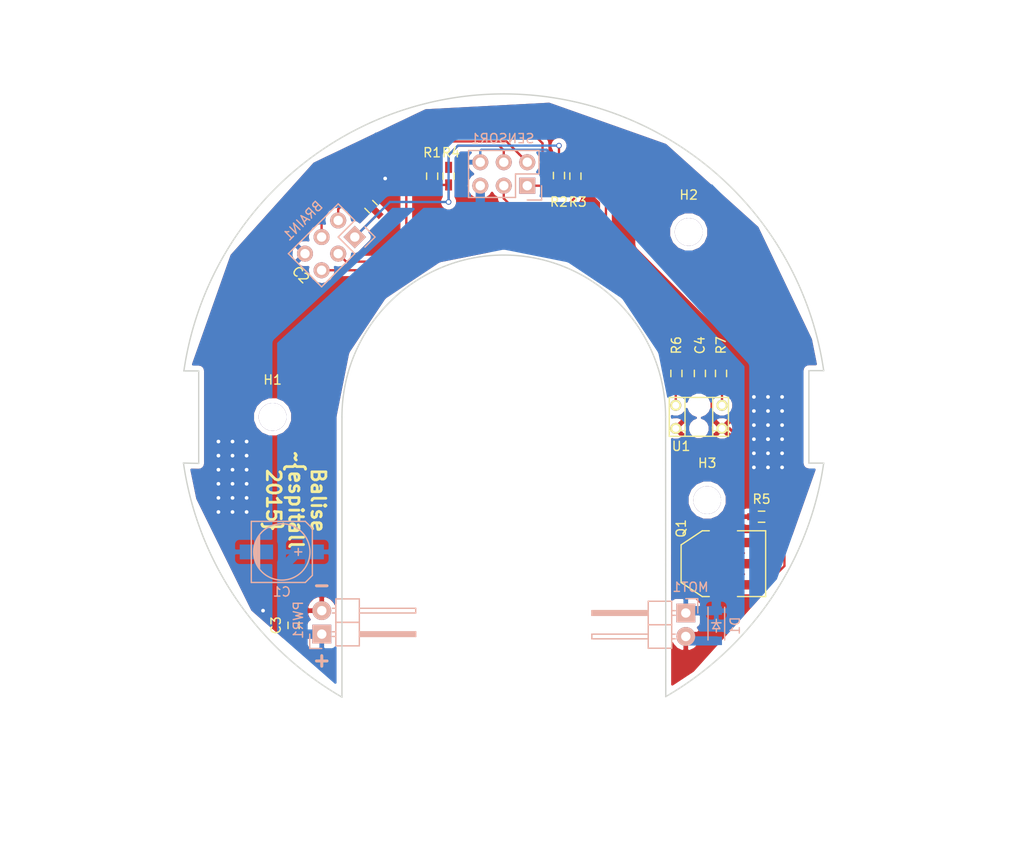
<source format=kicad_pcb>
(kicad_pcb (version 4) (host pcbnew "(2015-11-11 BZR 6310, Git 8f79b4f)-product")

  (general
    (links 37)
    (no_connects 37)
    (area 100.282744 99.998426 169.675001 165.386001)
    (thickness 1.6)
    (drawings 17)
    (tracks 231)
    (zones 0)
    (modules 21)
    (nets 15)
  )

  (page A4)
  (layers
    (0 F.Cu signal)
    (31 B.Cu signal)
    (32 B.Adhes user)
    (33 F.Adhes user)
    (34 B.Paste user)
    (35 F.Paste user)
    (36 B.SilkS user)
    (37 F.SilkS user)
    (38 B.Mask user)
    (39 F.Mask user)
    (40 Dwgs.User user)
    (41 Cmts.User user)
    (42 Eco1.User user)
    (43 Eco2.User user)
    (44 Edge.Cuts user)
    (45 Margin user)
    (46 B.CrtYd user)
    (47 F.CrtYd user)
    (48 B.Fab user)
    (49 F.Fab user)
  )

  (setup
    (last_trace_width 0.25)
    (trace_clearance 0.2)
    (zone_clearance 0.508)
    (zone_45_only no)
    (trace_min 0.2)
    (segment_width 0.2)
    (edge_width 0.15)
    (via_size 0.6)
    (via_drill 0.4)
    (via_min_size 0.4)
    (via_min_drill 0.3)
    (uvia_size 0.3)
    (uvia_drill 0.1)
    (uvias_allowed no)
    (uvia_min_size 0.2)
    (uvia_min_drill 0.1)
    (pcb_text_width 0.3)
    (pcb_text_size 1.5 1.5)
    (mod_edge_width 0.15)
    (mod_text_size 1 1)
    (mod_text_width 0.15)
    (pad_size 2.032 1.7272)
    (pad_drill 1.016)
    (pad_to_mask_clearance 0.2)
    (aux_axis_origin 0 0)
    (visible_elements FFFFFF7F)
    (pcbplotparams
      (layerselection 0x00030_80000001)
      (usegerberextensions false)
      (excludeedgelayer true)
      (linewidth 0.100000)
      (plotframeref false)
      (viasonmask false)
      (mode 1)
      (useauxorigin false)
      (hpglpennumber 1)
      (hpglpenspeed 20)
      (hpglpendiameter 15)
      (hpglpenoverlay 2)
      (psnegative false)
      (psa4output false)
      (plotreference true)
      (plotvalue true)
      (plotinvisibletext false)
      (padsonsilk false)
      (subtractmaskfromsilk false)
      (outputformat 1)
      (mirror false)
      (drillshape 1)
      (scaleselection 1)
      (outputdirectory ""))
  )

  (net 0 "")
  (net 1 +3V3)
  (net 2 /LR_OUT_3v3)
  (net 3 /SR_OUT_3v3)
  (net 4 /PWM_3v3)
  (net 5 /TOP_3v3)
  (net 6 GND)
  (net 7 +BATT)
  (net 8 "Net-(D1-Pad2)")
  (net 9 "Net-(H1-Pad1)")
  (net 10 "Net-(H2-Pad1)")
  (net 11 "Net-(H3-Pad1)")
  (net 12 /LR_LED)
  (net 13 /SR_LED)
  (net 14 "Net-(R7-Pad1)")

  (net_class Default "This is the default net class."
    (clearance 0.2)
    (trace_width 0.25)
    (via_dia 0.6)
    (via_drill 0.4)
    (uvia_dia 0.3)
    (uvia_drill 0.1)
    (add_net +3V3)
    (add_net /LR_LED)
    (add_net /LR_OUT_3v3)
    (add_net /PWM_3v3)
    (add_net /SR_LED)
    (add_net /SR_OUT_3v3)
    (add_net /TOP_3v3)
    (add_net GND)
    (add_net "Net-(H1-Pad1)")
    (add_net "Net-(H2-Pad1)")
    (add_net "Net-(H3-Pad1)")
    (add_net "Net-(R7-Pad1)")
  )

  (net_class PWR ""
    (clearance 0.2)
    (trace_width 1)
    (via_dia 0.6)
    (via_drill 0.4)
    (uvia_dia 0.3)
    (uvia_drill 0.1)
    (add_net +BATT)
    (add_net "Net-(D1-Pad2)")
  )

  (module Capacitors_SMD:c_elec_6.3x7.7 (layer B.Cu) (tedit 0) (tstamp 5644FA1E)
    (at 110.998 149.606)
    (descr "SMT capacitor, aluminium electrolytic, 6.3x7.7")
    (path /56424FA2)
    (fp_text reference C1 (at 0 4.318) (layer B.SilkS)
      (effects (font (size 1 1) (thickness 0.15)) (justify mirror))
    )
    (fp_text value 100u (at 0 -3.81) (layer B.Fab)
      (effects (font (size 1 1) (thickness 0.15)) (justify mirror))
    )
    (fp_line (start -2.921 0.762) (end -2.921 -0.762) (layer B.SilkS) (width 0.15))
    (fp_line (start -2.794 -1.143) (end -2.794 1.143) (layer B.SilkS) (width 0.15))
    (fp_line (start -2.667 1.397) (end -2.667 -1.397) (layer B.SilkS) (width 0.15))
    (fp_line (start -2.54 -1.651) (end -2.54 1.651) (layer B.SilkS) (width 0.15))
    (fp_line (start -2.413 1.778) (end -2.413 -1.778) (layer B.SilkS) (width 0.15))
    (fp_circle (center 0 0) (end -3.048 0) (layer B.SilkS) (width 0.15))
    (fp_line (start -3.302 3.302) (end -3.302 -3.302) (layer B.SilkS) (width 0.15))
    (fp_line (start -3.302 -3.302) (end 2.54 -3.302) (layer B.SilkS) (width 0.15))
    (fp_line (start 2.54 -3.302) (end 3.302 -2.54) (layer B.SilkS) (width 0.15))
    (fp_line (start 3.302 -2.54) (end 3.302 2.54) (layer B.SilkS) (width 0.15))
    (fp_line (start 3.302 2.54) (end 2.54 3.302) (layer B.SilkS) (width 0.15))
    (fp_line (start 2.54 3.302) (end -3.302 3.302) (layer B.SilkS) (width 0.15))
    (fp_line (start 2.159 0) (end 1.397 0) (layer B.SilkS) (width 0.15))
    (fp_line (start 1.778 0.381) (end 1.778 -0.381) (layer B.SilkS) (width 0.15))
    (pad 1 smd rect (at 2.75082 0) (size 3.59918 1.6002) (layers B.Cu B.Paste B.Mask)
      (net 7 +BATT))
    (pad 2 smd rect (at -2.75082 0) (size 3.59918 1.6002) (layers B.Cu B.Paste B.Mask)
      (net 6 GND))
    (model Capacitors_SMD.3dshapes/c_elec_6.3x7.7.wrl
      (at (xyz 0 0 0))
      (scale (xyz 1 1 1))
      (rotate (xyz 0 0 0))
    )
  )

  (module Capacitors_SMD:C_0603_HandSoldering (layer F.Cu) (tedit 541A9B4D) (tstamp 5644FA24)
    (at 120.65 112.268 135)
    (descr "Capacitor SMD 0603, hand soldering")
    (tags "capacitor 0603")
    (path /56425E4D)
    (attr smd)
    (fp_text reference C2 (at 0.179605 -10.596702 315) (layer F.SilkS)
      (effects (font (size 1 1) (thickness 0.15)))
    )
    (fp_text value 100n (at 0 1.9 135) (layer F.Fab)
      (effects (font (size 1 1) (thickness 0.15)))
    )
    (fp_line (start -1.85 -0.75) (end 1.85 -0.75) (layer F.CrtYd) (width 0.05))
    (fp_line (start -1.85 0.75) (end 1.85 0.75) (layer F.CrtYd) (width 0.05))
    (fp_line (start -1.85 -0.75) (end -1.85 0.75) (layer F.CrtYd) (width 0.05))
    (fp_line (start 1.85 -0.75) (end 1.85 0.75) (layer F.CrtYd) (width 0.05))
    (fp_line (start -0.35 -0.6) (end 0.35 -0.6) (layer F.SilkS) (width 0.15))
    (fp_line (start 0.35 0.6) (end -0.35 0.6) (layer F.SilkS) (width 0.15))
    (pad 1 smd rect (at -0.95 0 135) (size 1.2 0.75) (layers F.Cu F.Paste F.Mask)
      (net 1 +3V3))
    (pad 2 smd rect (at 0.95 0 135) (size 1.2 0.75) (layers F.Cu F.Paste F.Mask)
      (net 6 GND))
    (model Capacitors_SMD.3dshapes/C_0603_HandSoldering.wrl
      (at (xyz 0 0 0))
      (scale (xyz 1 1 1))
      (rotate (xyz 0 0 0))
    )
  )

  (module Capacitors_SMD:C_0603_HandSoldering (layer F.Cu) (tedit 541A9B4D) (tstamp 5644FA2A)
    (at 112.268 157.546 90)
    (descr "Capacitor SMD 0603, hand soldering")
    (tags "capacitor 0603")
    (path /5641DCFC)
    (attr smd)
    (fp_text reference C3 (at 0 -1.9 90) (layer F.SilkS)
      (effects (font (size 1 1) (thickness 0.15)))
    )
    (fp_text value 100n (at 0 1.9 90) (layer F.Fab)
      (effects (font (size 1 1) (thickness 0.15)))
    )
    (fp_line (start -1.85 -0.75) (end 1.85 -0.75) (layer F.CrtYd) (width 0.05))
    (fp_line (start -1.85 0.75) (end 1.85 0.75) (layer F.CrtYd) (width 0.05))
    (fp_line (start -1.85 -0.75) (end -1.85 0.75) (layer F.CrtYd) (width 0.05))
    (fp_line (start 1.85 -0.75) (end 1.85 0.75) (layer F.CrtYd) (width 0.05))
    (fp_line (start -0.35 -0.6) (end 0.35 -0.6) (layer F.SilkS) (width 0.15))
    (fp_line (start 0.35 0.6) (end -0.35 0.6) (layer F.SilkS) (width 0.15))
    (pad 1 smd rect (at -0.95 0 90) (size 1.2 0.75) (layers F.Cu F.Paste F.Mask)
      (net 7 +BATT))
    (pad 2 smd rect (at 0.95 0 90) (size 1.2 0.75) (layers F.Cu F.Paste F.Mask)
      (net 6 GND))
    (model Capacitors_SMD.3dshapes/C_0603_HandSoldering.wrl
      (at (xyz 0 0 0))
      (scale (xyz 1 1 1))
      (rotate (xyz 0 0 0))
    )
  )

  (module Capacitors_SMD:C_0603_HandSoldering (layer F.Cu) (tedit 541A9B4D) (tstamp 5644FA30)
    (at 156.21 130.302 270)
    (descr "Capacitor SMD 0603, hand soldering")
    (tags "capacitor 0603")
    (path /56423B92)
    (attr smd)
    (fp_text reference C4 (at -3.048 0 270) (layer F.SilkS)
      (effects (font (size 1 1) (thickness 0.15)))
    )
    (fp_text value 100n (at 0 1.9 270) (layer F.Fab)
      (effects (font (size 1 1) (thickness 0.15)))
    )
    (fp_line (start -1.85 -0.75) (end 1.85 -0.75) (layer F.CrtYd) (width 0.05))
    (fp_line (start -1.85 0.75) (end 1.85 0.75) (layer F.CrtYd) (width 0.05))
    (fp_line (start -1.85 -0.75) (end -1.85 0.75) (layer F.CrtYd) (width 0.05))
    (fp_line (start 1.85 -0.75) (end 1.85 0.75) (layer F.CrtYd) (width 0.05))
    (fp_line (start -0.35 -0.6) (end 0.35 -0.6) (layer F.SilkS) (width 0.15))
    (fp_line (start 0.35 0.6) (end -0.35 0.6) (layer F.SilkS) (width 0.15))
    (pad 1 smd rect (at -0.95 0 270) (size 1.2 0.75) (layers F.Cu F.Paste F.Mask)
      (net 1 +3V3))
    (pad 2 smd rect (at 0.95 0 270) (size 1.2 0.75) (layers F.Cu F.Paste F.Mask)
      (net 6 GND))
    (model Capacitors_SMD.3dshapes/C_0603_HandSoldering.wrl
      (at (xyz 0 0 0))
      (scale (xyz 1 1 1))
      (rotate (xyz 0 0 0))
    )
  )

  (module Diodes_SMD:SOD-123 (layer B.Cu) (tedit 5530FCB9) (tstamp 5644FA36)
    (at 157.988 157.591 270)
    (descr SOD-123)
    (tags SOD-123)
    (path /5641E773)
    (attr smd)
    (fp_text reference D1 (at 0 -2.032 270) (layer B.SilkS)
      (effects (font (size 1 1) (thickness 0.15)) (justify mirror))
    )
    (fp_text value CGRM4004-G (at 0 -2.1 270) (layer B.Fab)
      (effects (font (size 1 1) (thickness 0.15)) (justify mirror))
    )
    (fp_line (start 0.3175 0) (end 0.6985 0) (layer B.SilkS) (width 0.15))
    (fp_line (start -0.6985 0) (end -0.3175 0) (layer B.SilkS) (width 0.15))
    (fp_line (start -0.3175 0) (end 0.3175 0.381) (layer B.SilkS) (width 0.15))
    (fp_line (start 0.3175 0.381) (end 0.3175 -0.381) (layer B.SilkS) (width 0.15))
    (fp_line (start 0.3175 -0.381) (end -0.3175 0) (layer B.SilkS) (width 0.15))
    (fp_line (start -0.3175 0.508) (end -0.3175 -0.508) (layer B.SilkS) (width 0.15))
    (fp_line (start -2.25 1.05) (end 2.25 1.05) (layer B.CrtYd) (width 0.05))
    (fp_line (start 2.25 1.05) (end 2.25 -1.05) (layer B.CrtYd) (width 0.05))
    (fp_line (start 2.25 -1.05) (end -2.25 -1.05) (layer B.CrtYd) (width 0.05))
    (fp_line (start -2.25 1.05) (end -2.25 -1.05) (layer B.CrtYd) (width 0.05))
    (fp_line (start -2 -0.9) (end 1.54 -0.9) (layer B.SilkS) (width 0.15))
    (fp_line (start -2 0.9) (end 1.54 0.9) (layer B.SilkS) (width 0.15))
    (pad 1 smd rect (at -1.635 0 270) (size 0.91 1.22) (layers B.Cu B.Paste B.Mask)
      (net 7 +BATT))
    (pad 2 smd rect (at 1.635 0 270) (size 0.91 1.22) (layers B.Cu B.Paste B.Mask)
      (net 8 "Net-(D1-Pad2)"))
  )

  (module Mounting_Holes:MountingHole_3mm (layer F.Cu) (tedit 0) (tstamp 5644FA3B)
    (at 110 135)
    (descr "Mounting hole, Befestigungsbohrung, 3mm, No Annular, Kein Restring,")
    (tags "Mounting hole, Befestigungsbohrung, 3mm, No Annular, Kein Restring,")
    (path /5644F91C)
    (fp_text reference H1 (at 0 -4.0005) (layer F.SilkS)
      (effects (font (size 1 1) (thickness 0.15)))
    )
    (fp_text value CONN_01X01 (at 1.00076 5.00126) (layer F.Fab)
      (effects (font (size 1 1) (thickness 0.15)))
    )
    (fp_circle (center 0 0) (end 3 0) (layer Cmts.User) (width 0.381))
    (pad 1 thru_hole circle (at 0 0) (size 3 3) (drill 3) (layers)
      (net 9 "Net-(H1-Pad1)"))
  )

  (module Mounting_Holes:MountingHole_3mm (layer F.Cu) (tedit 0) (tstamp 5644FA40)
    (at 155 115)
    (descr "Mounting hole, Befestigungsbohrung, 3mm, No Annular, Kein Restring,")
    (tags "Mounting hole, Befestigungsbohrung, 3mm, No Annular, Kein Restring,")
    (path /5644F9FF)
    (fp_text reference H2 (at 0 -4.0005) (layer F.SilkS)
      (effects (font (size 1 1) (thickness 0.15)))
    )
    (fp_text value CONN_01X01 (at 1.00076 5.00126) (layer F.Fab)
      (effects (font (size 1 1) (thickness 0.15)))
    )
    (fp_circle (center 0 0) (end 3 0) (layer Cmts.User) (width 0.381))
    (pad 1 thru_hole circle (at 0 0) (size 3 3) (drill 3) (layers)
      (net 10 "Net-(H2-Pad1)"))
  )

  (module Mounting_Holes:MountingHole_3mm (layer F.Cu) (tedit 0) (tstamp 5644FA45)
    (at 157 144)
    (descr "Mounting hole, Befestigungsbohrung, 3mm, No Annular, Kein Restring,")
    (tags "Mounting hole, Befestigungsbohrung, 3mm, No Annular, Kein Restring,")
    (path /5644FA59)
    (fp_text reference H3 (at 0 -4.0005) (layer F.SilkS)
      (effects (font (size 1 1) (thickness 0.15)))
    )
    (fp_text value CONN_01X01 (at 1.00076 5.00126) (layer F.Fab)
      (effects (font (size 1 1) (thickness 0.15)))
    )
    (fp_circle (center 0 0) (end 3 0) (layer Cmts.User) (width 0.381))
    (pad 1 thru_hole circle (at 0 0) (size 3 3) (drill 3) (layers)
      (net 11 "Net-(H3-Pad1)"))
  )

  (module Pin_Headers:Pin_Header_Angled_1x02 (layer B.Cu) (tedit 0) (tstamp 5644FA4B)
    (at 154.686 156.21 180)
    (descr "Through hole pin header")
    (tags "pin header")
    (path /5641E457)
    (fp_text reference MOT1 (at -0.508 2.794 180) (layer B.SilkS)
      (effects (font (size 1 1) (thickness 0.15)) (justify mirror))
    )
    (fp_text value CONN_01X02 (at 0 3.1 180) (layer B.Fab)
      (effects (font (size 1 1) (thickness 0.15)) (justify mirror))
    )
    (fp_line (start -1.5 1.75) (end -1.5 -4.3) (layer B.CrtYd) (width 0.05))
    (fp_line (start 10.65 1.75) (end 10.65 -4.3) (layer B.CrtYd) (width 0.05))
    (fp_line (start -1.5 1.75) (end 10.65 1.75) (layer B.CrtYd) (width 0.05))
    (fp_line (start -1.5 -4.3) (end 10.65 -4.3) (layer B.CrtYd) (width 0.05))
    (fp_line (start -1.3 1.55) (end -1.3 0) (layer B.SilkS) (width 0.15))
    (fp_line (start 0 1.55) (end -1.3 1.55) (layer B.SilkS) (width 0.15))
    (fp_line (start 4.191 0.127) (end 10.033 0.127) (layer B.SilkS) (width 0.15))
    (fp_line (start 10.033 0.127) (end 10.033 -0.127) (layer B.SilkS) (width 0.15))
    (fp_line (start 10.033 -0.127) (end 4.191 -0.127) (layer B.SilkS) (width 0.15))
    (fp_line (start 4.191 -0.127) (end 4.191 0) (layer B.SilkS) (width 0.15))
    (fp_line (start 4.191 0) (end 10.033 0) (layer B.SilkS) (width 0.15))
    (fp_line (start 1.524 0.254) (end 1.143 0.254) (layer B.SilkS) (width 0.15))
    (fp_line (start 1.524 -0.254) (end 1.143 -0.254) (layer B.SilkS) (width 0.15))
    (fp_line (start 1.524 -2.286) (end 1.143 -2.286) (layer B.SilkS) (width 0.15))
    (fp_line (start 1.524 -2.794) (end 1.143 -2.794) (layer B.SilkS) (width 0.15))
    (fp_line (start 1.524 1.27) (end 4.064 1.27) (layer B.SilkS) (width 0.15))
    (fp_line (start 1.524 -1.27) (end 4.064 -1.27) (layer B.SilkS) (width 0.15))
    (fp_line (start 1.524 -1.27) (end 1.524 -3.81) (layer B.SilkS) (width 0.15))
    (fp_line (start 1.524 -3.81) (end 4.064 -3.81) (layer B.SilkS) (width 0.15))
    (fp_line (start 4.064 -2.286) (end 10.16 -2.286) (layer B.SilkS) (width 0.15))
    (fp_line (start 10.16 -2.286) (end 10.16 -2.794) (layer B.SilkS) (width 0.15))
    (fp_line (start 10.16 -2.794) (end 4.064 -2.794) (layer B.SilkS) (width 0.15))
    (fp_line (start 4.064 -3.81) (end 4.064 -1.27) (layer B.SilkS) (width 0.15))
    (fp_line (start 4.064 -1.27) (end 4.064 1.27) (layer B.SilkS) (width 0.15))
    (fp_line (start 10.16 -0.254) (end 4.064 -0.254) (layer B.SilkS) (width 0.15))
    (fp_line (start 10.16 0.254) (end 10.16 -0.254) (layer B.SilkS) (width 0.15))
    (fp_line (start 4.064 0.254) (end 10.16 0.254) (layer B.SilkS) (width 0.15))
    (fp_line (start 1.524 -1.27) (end 4.064 -1.27) (layer B.SilkS) (width 0.15))
    (fp_line (start 1.524 1.27) (end 1.524 -1.27) (layer B.SilkS) (width 0.15))
    (pad 1 thru_hole rect (at 0 0 180) (size 2.032 2.032) (drill 1.016) (layers *.Cu *.Mask B.SilkS)
      (net 7 +BATT))
    (pad 2 thru_hole oval (at 0 -2.54 180) (size 2.032 2.032) (drill 1.016) (layers *.Cu *.Mask B.SilkS)
      (net 8 "Net-(D1-Pad2)"))
    (model Pin_Headers.3dshapes/Pin_Header_Angled_1x02.wrl
      (at (xyz 0 -0.05 0))
      (scale (xyz 1 1 1))
      (rotate (xyz 0 0 90))
    )
  )

  (module Pin_Headers:Pin_Header_Angled_1x02 (layer B.Cu) (tedit 0) (tstamp 5644FA51)
    (at 115.316 158.496)
    (descr "Through hole pin header")
    (tags "pin header")
    (path /56424B66)
    (fp_text reference PWR1 (at -2.54 -1.524 90) (layer B.SilkS)
      (effects (font (size 1 1) (thickness 0.15)) (justify mirror))
    )
    (fp_text value CONN_01X02 (at 0 3.1) (layer B.Fab)
      (effects (font (size 1 1) (thickness 0.15)) (justify mirror))
    )
    (fp_line (start -1.5 1.75) (end -1.5 -4.3) (layer B.CrtYd) (width 0.05))
    (fp_line (start 10.65 1.75) (end 10.65 -4.3) (layer B.CrtYd) (width 0.05))
    (fp_line (start -1.5 1.75) (end 10.65 1.75) (layer B.CrtYd) (width 0.05))
    (fp_line (start -1.5 -4.3) (end 10.65 -4.3) (layer B.CrtYd) (width 0.05))
    (fp_line (start -1.3 1.55) (end -1.3 0) (layer B.SilkS) (width 0.15))
    (fp_line (start 0 1.55) (end -1.3 1.55) (layer B.SilkS) (width 0.15))
    (fp_line (start 4.191 0.127) (end 10.033 0.127) (layer B.SilkS) (width 0.15))
    (fp_line (start 10.033 0.127) (end 10.033 -0.127) (layer B.SilkS) (width 0.15))
    (fp_line (start 10.033 -0.127) (end 4.191 -0.127) (layer B.SilkS) (width 0.15))
    (fp_line (start 4.191 -0.127) (end 4.191 0) (layer B.SilkS) (width 0.15))
    (fp_line (start 4.191 0) (end 10.033 0) (layer B.SilkS) (width 0.15))
    (fp_line (start 1.524 0.254) (end 1.143 0.254) (layer B.SilkS) (width 0.15))
    (fp_line (start 1.524 -0.254) (end 1.143 -0.254) (layer B.SilkS) (width 0.15))
    (fp_line (start 1.524 -2.286) (end 1.143 -2.286) (layer B.SilkS) (width 0.15))
    (fp_line (start 1.524 -2.794) (end 1.143 -2.794) (layer B.SilkS) (width 0.15))
    (fp_line (start 1.524 1.27) (end 4.064 1.27) (layer B.SilkS) (width 0.15))
    (fp_line (start 1.524 -1.27) (end 4.064 -1.27) (layer B.SilkS) (width 0.15))
    (fp_line (start 1.524 -1.27) (end 1.524 -3.81) (layer B.SilkS) (width 0.15))
    (fp_line (start 1.524 -3.81) (end 4.064 -3.81) (layer B.SilkS) (width 0.15))
    (fp_line (start 4.064 -2.286) (end 10.16 -2.286) (layer B.SilkS) (width 0.15))
    (fp_line (start 10.16 -2.286) (end 10.16 -2.794) (layer B.SilkS) (width 0.15))
    (fp_line (start 10.16 -2.794) (end 4.064 -2.794) (layer B.SilkS) (width 0.15))
    (fp_line (start 4.064 -3.81) (end 4.064 -1.27) (layer B.SilkS) (width 0.15))
    (fp_line (start 4.064 -1.27) (end 4.064 1.27) (layer B.SilkS) (width 0.15))
    (fp_line (start 10.16 -0.254) (end 4.064 -0.254) (layer B.SilkS) (width 0.15))
    (fp_line (start 10.16 0.254) (end 10.16 -0.254) (layer B.SilkS) (width 0.15))
    (fp_line (start 4.064 0.254) (end 10.16 0.254) (layer B.SilkS) (width 0.15))
    (fp_line (start 1.524 -1.27) (end 4.064 -1.27) (layer B.SilkS) (width 0.15))
    (fp_line (start 1.524 1.27) (end 1.524 -1.27) (layer B.SilkS) (width 0.15))
    (pad 1 thru_hole rect (at 0 0) (size 2.032 2.032) (drill 1.016) (layers *.Cu *.Mask B.SilkS)
      (net 7 +BATT))
    (pad 2 thru_hole oval (at 0 -2.54) (size 2.032 2.032) (drill 1.016) (layers *.Cu *.Mask B.SilkS)
      (net 6 GND))
    (model Pin_Headers.3dshapes/Pin_Header_Angled_1x02.wrl
      (at (xyz 0 -0.05 0))
      (scale (xyz 1 1 1))
      (rotate (xyz 0 0 90))
    )
  )

  (module SMD_Packages:SOT-223 (layer F.Cu) (tedit 0) (tstamp 5644FA59)
    (at 158.75 150.876 90)
    (descr "module CMS SOT223 4 pins")
    (tags "CMS SOT")
    (path /5641E366)
    (attr smd)
    (fp_text reference Q1 (at 3.81 -4.572 90) (layer F.SilkS)
      (effects (font (size 1 1) (thickness 0.15)))
    )
    (fp_text value DMN6068SE (at 0 0.762 90) (layer F.Fab)
      (effects (font (size 1 1) (thickness 0.15)))
    )
    (fp_line (start -3.556 1.524) (end -3.556 4.572) (layer F.SilkS) (width 0.15))
    (fp_line (start -3.556 4.572) (end 3.556 4.572) (layer F.SilkS) (width 0.15))
    (fp_line (start 3.556 4.572) (end 3.556 1.524) (layer F.SilkS) (width 0.15))
    (fp_line (start -3.556 -1.524) (end -3.556 -2.286) (layer F.SilkS) (width 0.15))
    (fp_line (start -3.556 -2.286) (end -2.032 -4.572) (layer F.SilkS) (width 0.15))
    (fp_line (start -2.032 -4.572) (end 2.032 -4.572) (layer F.SilkS) (width 0.15))
    (fp_line (start 2.032 -4.572) (end 3.556 -2.286) (layer F.SilkS) (width 0.15))
    (fp_line (start 3.556 -2.286) (end 3.556 -1.524) (layer F.SilkS) (width 0.15))
    (pad 4 smd rect (at 0 -3.302 90) (size 3.6576 2.032) (layers F.Cu F.Paste F.Mask)
      (net 8 "Net-(D1-Pad2)"))
    (pad 2 smd rect (at 0 3.302 90) (size 1.016 2.032) (layers F.Cu F.Paste F.Mask)
      (net 8 "Net-(D1-Pad2)"))
    (pad 3 smd rect (at 2.286 3.302 90) (size 1.016 2.032) (layers F.Cu F.Paste F.Mask)
      (net 6 GND))
    (pad 1 smd rect (at -2.286 3.302 90) (size 1.016 2.032) (layers F.Cu F.Paste F.Mask)
      (net 4 /PWM_3v3))
    (model SMD_Packages.3dshapes/SOT-223.wrl
      (at (xyz 0 0 0))
      (scale (xyz 0.4 0.4 0.4))
      (rotate (xyz 0 0 0))
    )
  )

  (module Capacitors_SMD:C_0603_HandSoldering (layer F.Cu) (tedit 541A9B4D) (tstamp 5644FA5F)
    (at 127.254 108.966 270)
    (descr "Capacitor SMD 0603, hand soldering")
    (tags "capacitor 0603")
    (path /5641DF70)
    (attr smd)
    (fp_text reference R1 (at -2.54 0 360) (layer F.SilkS)
      (effects (font (size 1 1) (thickness 0.15)))
    )
    (fp_text value 1k (at 0 1.9 270) (layer F.Fab)
      (effects (font (size 1 1) (thickness 0.15)))
    )
    (fp_line (start -1.85 -0.75) (end 1.85 -0.75) (layer F.CrtYd) (width 0.05))
    (fp_line (start -1.85 0.75) (end 1.85 0.75) (layer F.CrtYd) (width 0.05))
    (fp_line (start -1.85 -0.75) (end -1.85 0.75) (layer F.CrtYd) (width 0.05))
    (fp_line (start 1.85 -0.75) (end 1.85 0.75) (layer F.CrtYd) (width 0.05))
    (fp_line (start -0.35 -0.6) (end 0.35 -0.6) (layer F.SilkS) (width 0.15))
    (fp_line (start 0.35 0.6) (end -0.35 0.6) (layer F.SilkS) (width 0.15))
    (pad 1 smd rect (at -0.95 0 270) (size 1.2 0.75) (layers F.Cu F.Paste F.Mask)
      (net 3 /SR_OUT_3v3))
    (pad 2 smd rect (at 0.95 0 270) (size 1.2 0.75) (layers F.Cu F.Paste F.Mask)
      (net 1 +3V3))
    (model Capacitors_SMD.3dshapes/C_0603_HandSoldering.wrl
      (at (xyz 0 0 0))
      (scale (xyz 1 1 1))
      (rotate (xyz 0 0 0))
    )
  )

  (module Capacitors_SMD:C_0603_HandSoldering (layer F.Cu) (tedit 541A9B4D) (tstamp 5644FA65)
    (at 140.97 108.9 90)
    (descr "Capacitor SMD 0603, hand soldering")
    (tags "capacitor 0603")
    (path /5641DF4D)
    (attr smd)
    (fp_text reference R2 (at -2.86 0 360) (layer F.SilkS)
      (effects (font (size 1 1) (thickness 0.15)))
    )
    (fp_text value 1k (at 0 1.9 90) (layer F.Fab)
      (effects (font (size 1 1) (thickness 0.15)))
    )
    (fp_line (start -1.85 -0.75) (end 1.85 -0.75) (layer F.CrtYd) (width 0.05))
    (fp_line (start -1.85 0.75) (end 1.85 0.75) (layer F.CrtYd) (width 0.05))
    (fp_line (start -1.85 -0.75) (end -1.85 0.75) (layer F.CrtYd) (width 0.05))
    (fp_line (start 1.85 -0.75) (end 1.85 0.75) (layer F.CrtYd) (width 0.05))
    (fp_line (start -0.35 -0.6) (end 0.35 -0.6) (layer F.SilkS) (width 0.15))
    (fp_line (start 0.35 0.6) (end -0.35 0.6) (layer F.SilkS) (width 0.15))
    (pad 1 smd rect (at -0.95 0 90) (size 1.2 0.75) (layers F.Cu F.Paste F.Mask)
      (net 2 /LR_OUT_3v3))
    (pad 2 smd rect (at 0.95 0 90) (size 1.2 0.75) (layers F.Cu F.Paste F.Mask)
      (net 1 +3V3))
    (model Capacitors_SMD.3dshapes/C_0603_HandSoldering.wrl
      (at (xyz 0 0 0))
      (scale (xyz 1 1 1))
      (rotate (xyz 0 0 0))
    )
  )

  (module Capacitors_SMD:C_0603_HandSoldering (layer F.Cu) (tedit 541A9B4D) (tstamp 5644FA6B)
    (at 142.748 108.966 90)
    (descr "Capacitor SMD 0603, hand soldering")
    (tags "capacitor 0603")
    (path /5641DDBB)
    (attr smd)
    (fp_text reference R3 (at -2.794 0.254 360) (layer F.SilkS)
      (effects (font (size 1 1) (thickness 0.15)))
    )
    (fp_text value 220 (at 0 1.9 90) (layer F.Fab)
      (effects (font (size 1 1) (thickness 0.15)))
    )
    (fp_line (start -1.85 -0.75) (end 1.85 -0.75) (layer F.CrtYd) (width 0.05))
    (fp_line (start -1.85 0.75) (end 1.85 0.75) (layer F.CrtYd) (width 0.05))
    (fp_line (start -1.85 -0.75) (end -1.85 0.75) (layer F.CrtYd) (width 0.05))
    (fp_line (start 1.85 -0.75) (end 1.85 0.75) (layer F.CrtYd) (width 0.05))
    (fp_line (start -0.35 -0.6) (end 0.35 -0.6) (layer F.SilkS) (width 0.15))
    (fp_line (start 0.35 0.6) (end -0.35 0.6) (layer F.SilkS) (width 0.15))
    (pad 1 smd rect (at -0.95 0 90) (size 1.2 0.75) (layers F.Cu F.Paste F.Mask)
      (net 12 /LR_LED))
    (pad 2 smd rect (at 0.95 0 90) (size 1.2 0.75) (layers F.Cu F.Paste F.Mask)
      (net 1 +3V3))
    (model Capacitors_SMD.3dshapes/C_0603_HandSoldering.wrl
      (at (xyz 0 0 0))
      (scale (xyz 1 1 1))
      (rotate (xyz 0 0 0))
    )
  )

  (module Capacitors_SMD:C_0603_HandSoldering (layer F.Cu) (tedit 541A9B4D) (tstamp 5644FA71)
    (at 129.032 108.966 90)
    (descr "Capacitor SMD 0603, hand soldering")
    (tags "capacitor 0603")
    (path /5641DD90)
    (attr smd)
    (fp_text reference R4 (at 2.54 0.254 180) (layer F.SilkS)
      (effects (font (size 1 1) (thickness 0.15)))
    )
    (fp_text value 220 (at 0 1.9 90) (layer F.Fab)
      (effects (font (size 1 1) (thickness 0.15)))
    )
    (fp_line (start -1.85 -0.75) (end 1.85 -0.75) (layer F.CrtYd) (width 0.05))
    (fp_line (start -1.85 0.75) (end 1.85 0.75) (layer F.CrtYd) (width 0.05))
    (fp_line (start -1.85 -0.75) (end -1.85 0.75) (layer F.CrtYd) (width 0.05))
    (fp_line (start 1.85 -0.75) (end 1.85 0.75) (layer F.CrtYd) (width 0.05))
    (fp_line (start -0.35 -0.6) (end 0.35 -0.6) (layer F.SilkS) (width 0.15))
    (fp_line (start 0.35 0.6) (end -0.35 0.6) (layer F.SilkS) (width 0.15))
    (pad 1 smd rect (at -0.95 0 90) (size 1.2 0.75) (layers F.Cu F.Paste F.Mask)
      (net 1 +3V3))
    (pad 2 smd rect (at 0.95 0 90) (size 1.2 0.75) (layers F.Cu F.Paste F.Mask)
      (net 13 /SR_LED))
    (model Capacitors_SMD.3dshapes/C_0603_HandSoldering.wrl
      (at (xyz 0 0 0))
      (scale (xyz 1 1 1))
      (rotate (xyz 0 0 0))
    )
  )

  (module Capacitors_SMD:C_0603_HandSoldering (layer F.Cu) (tedit 541A9B4D) (tstamp 5644FA77)
    (at 162.88 145.796)
    (descr "Capacitor SMD 0603, hand soldering")
    (tags "capacitor 0603")
    (path /5641EA34)
    (attr smd)
    (fp_text reference R5 (at 0 -1.9) (layer F.SilkS)
      (effects (font (size 1 1) (thickness 0.15)))
    )
    (fp_text value 10k (at 0 1.9) (layer F.Fab)
      (effects (font (size 1 1) (thickness 0.15)))
    )
    (fp_line (start -1.85 -0.75) (end 1.85 -0.75) (layer F.CrtYd) (width 0.05))
    (fp_line (start -1.85 0.75) (end 1.85 0.75) (layer F.CrtYd) (width 0.05))
    (fp_line (start -1.85 -0.75) (end -1.85 0.75) (layer F.CrtYd) (width 0.05))
    (fp_line (start 1.85 -0.75) (end 1.85 0.75) (layer F.CrtYd) (width 0.05))
    (fp_line (start -0.35 -0.6) (end 0.35 -0.6) (layer F.SilkS) (width 0.15))
    (fp_line (start 0.35 0.6) (end -0.35 0.6) (layer F.SilkS) (width 0.15))
    (pad 1 smd rect (at -0.95 0) (size 1.2 0.75) (layers F.Cu F.Paste F.Mask)
      (net 6 GND))
    (pad 2 smd rect (at 0.95 0) (size 1.2 0.75) (layers F.Cu F.Paste F.Mask)
      (net 4 /PWM_3v3))
    (model Capacitors_SMD.3dshapes/C_0603_HandSoldering.wrl
      (at (xyz 0 0 0))
      (scale (xyz 1 1 1))
      (rotate (xyz 0 0 0))
    )
  )

  (module Capacitors_SMD:C_0603_HandSoldering (layer F.Cu) (tedit 541A9B4D) (tstamp 5644FA7D)
    (at 153.67 130.302 90)
    (descr "Capacitor SMD 0603, hand soldering")
    (tags "capacitor 0603")
    (path /56423CA6)
    (attr smd)
    (fp_text reference R6 (at 3.048 0 90) (layer F.SilkS)
      (effects (font (size 1 1) (thickness 0.15)))
    )
    (fp_text value 270 (at 0 1.9 90) (layer F.Fab)
      (effects (font (size 1 1) (thickness 0.15)))
    )
    (fp_line (start -1.85 -0.75) (end 1.85 -0.75) (layer F.CrtYd) (width 0.05))
    (fp_line (start -1.85 0.75) (end 1.85 0.75) (layer F.CrtYd) (width 0.05))
    (fp_line (start -1.85 -0.75) (end -1.85 0.75) (layer F.CrtYd) (width 0.05))
    (fp_line (start 1.85 -0.75) (end 1.85 0.75) (layer F.CrtYd) (width 0.05))
    (fp_line (start -0.35 -0.6) (end 0.35 -0.6) (layer F.SilkS) (width 0.15))
    (fp_line (start 0.35 0.6) (end -0.35 0.6) (layer F.SilkS) (width 0.15))
    (pad 1 smd rect (at -0.95 0 90) (size 1.2 0.75) (layers F.Cu F.Paste F.Mask)
      (net 5 /TOP_3v3))
    (pad 2 smd rect (at 0.95 0 90) (size 1.2 0.75) (layers F.Cu F.Paste F.Mask)
      (net 1 +3V3))
    (model Capacitors_SMD.3dshapes/C_0603_HandSoldering.wrl
      (at (xyz 0 0 0))
      (scale (xyz 1 1 1))
      (rotate (xyz 0 0 0))
    )
  )

  (module Capacitors_SMD:C_0603_HandSoldering (layer F.Cu) (tedit 541A9B4D) (tstamp 5644FA83)
    (at 158.496 130.302 90)
    (descr "Capacitor SMD 0603, hand soldering")
    (tags "capacitor 0603")
    (path /5642437C)
    (attr smd)
    (fp_text reference R7 (at 3.048 0 90) (layer F.SilkS)
      (effects (font (size 1 1) (thickness 0.15)))
    )
    (fp_text value 100 (at 0 1.9 90) (layer F.Fab)
      (effects (font (size 1 1) (thickness 0.15)))
    )
    (fp_line (start -1.85 -0.75) (end 1.85 -0.75) (layer F.CrtYd) (width 0.05))
    (fp_line (start -1.85 0.75) (end 1.85 0.75) (layer F.CrtYd) (width 0.05))
    (fp_line (start -1.85 -0.75) (end -1.85 0.75) (layer F.CrtYd) (width 0.05))
    (fp_line (start 1.85 -0.75) (end 1.85 0.75) (layer F.CrtYd) (width 0.05))
    (fp_line (start -0.35 -0.6) (end 0.35 -0.6) (layer F.SilkS) (width 0.15))
    (fp_line (start 0.35 0.6) (end -0.35 0.6) (layer F.SilkS) (width 0.15))
    (pad 1 smd rect (at -0.95 0 90) (size 1.2 0.75) (layers F.Cu F.Paste F.Mask)
      (net 14 "Net-(R7-Pad1)"))
    (pad 2 smd rect (at 0.95 0 90) (size 1.2 0.75) (layers F.Cu F.Paste F.Mask)
      (net 1 +3V3))
    (model Capacitors_SMD.3dshapes/C_0603_HandSoldering.wrl
      (at (xyz 0 0 0))
      (scale (xyz 1 1 1))
      (rotate (xyz 0 0 0))
    )
  )

  (module espitall:EE-SX1106 (layer F.Cu) (tedit 5644FCC1) (tstamp 5644FA9F)
    (at 156.1 135)
    (path /564239DF)
    (fp_text reference U1 (at -1.922 3.176) (layer F.SilkS)
      (effects (font (size 1 1) (thickness 0.15)))
    )
    (fp_text value EE-SX1106 (at 0 -0.5) (layer F.Fab)
      (effects (font (size 1 1) (thickness 0.15)))
    )
    (fp_line (start 1.5 1.5) (end 3.2 1.5) (layer F.SilkS) (width 0.15))
    (fp_line (start -3.2 1.5) (end -1.5 1.5) (layer F.SilkS) (width 0.15))
    (fp_line (start -1.5 2.1) (end -1.5 -2.1) (layer F.SilkS) (width 0.15))
    (fp_line (start 1.5 -2.1) (end 1.5 2.1) (layer F.SilkS) (width 0.15))
    (fp_line (start -3.2 2.1) (end -3.2 -2.1) (layer F.SilkS) (width 0.15))
    (fp_line (start -3.2 2.1) (end 3.2 2.1) (layer F.SilkS) (width 0.15))
    (fp_line (start 3.2 -2.1) (end 3.2 2.1) (layer F.SilkS) (width 0.15))
    (fp_line (start -3.2 -2.1) (end 3.2 -2.1) (layer F.SilkS) (width 0.15))
    (pad E thru_hole circle (at -2.5 1.25) (size 1.2 1.2) (drill 0.762) (layers *.Cu *.Mask F.SilkS)
      (net 6 GND))
    (pad C thru_hole circle (at -2.5 -1.25) (size 1.2 1.2) (drill 0.762) (layers *.Cu *.Mask F.SilkS)
      (net 5 /TOP_3v3))
    (pad A thru_hole circle (at 2.5 -1.25) (size 1.2 1.2) (drill 0.762) (layers *.Cu *.Mask F.SilkS)
      (net 14 "Net-(R7-Pad1)"))
    (pad K thru_hole circle (at 2.5 1.25) (size 1.2 1.2) (drill 0.762) (layers *.Cu *.Mask F.SilkS)
      (net 6 GND))
    (pad "" np_thru_hole circle (at 0 1.25) (size 1.1 1.1) (drill 1.1) (layers *.Cu))
    (pad "" np_thru_hole circle (at 0 -1.25) (size 1.5 1.5) (drill 1.5) (layers *.Cu))
  )

  (module Pin_Headers:Pin_Header_Straight_2x03 (layer B.Cu) (tedit 54EA0A4B) (tstamp 56458EF2)
    (at 118.890051 115.551949 135)
    (descr "Through hole pin header")
    (tags "pin header")
    (path /564255A9)
    (fp_text reference BRAIN1 (at 5.208549 -2.719605 225) (layer B.SilkS)
      (effects (font (size 1 1) (thickness 0.15)) (justify mirror))
    )
    (fp_text value CONN_01X06 (at 0 3.1 135) (layer B.Fab)
      (effects (font (size 1 1) (thickness 0.15)) (justify mirror))
    )
    (fp_line (start -1.27 -1.27) (end -1.27 -6.35) (layer B.SilkS) (width 0.15))
    (fp_line (start -1.55 1.55) (end 0 1.55) (layer B.SilkS) (width 0.15))
    (fp_line (start -1.75 1.75) (end -1.75 -6.85) (layer B.CrtYd) (width 0.05))
    (fp_line (start 4.3 1.75) (end 4.3 -6.85) (layer B.CrtYd) (width 0.05))
    (fp_line (start -1.75 1.75) (end 4.3 1.75) (layer B.CrtYd) (width 0.05))
    (fp_line (start -1.75 -6.85) (end 4.3 -6.85) (layer B.CrtYd) (width 0.05))
    (fp_line (start 1.27 1.27) (end 1.27 -1.27) (layer B.SilkS) (width 0.15))
    (fp_line (start 1.27 -1.27) (end -1.27 -1.27) (layer B.SilkS) (width 0.15))
    (fp_line (start -1.27 -6.35) (end 3.81 -6.35) (layer B.SilkS) (width 0.15))
    (fp_line (start 3.81 -6.35) (end 3.81 -1.27) (layer B.SilkS) (width 0.15))
    (fp_line (start -1.55 1.55) (end -1.55 0) (layer B.SilkS) (width 0.15))
    (fp_line (start 3.81 1.27) (end 1.27 1.27) (layer B.SilkS) (width 0.15))
    (fp_line (start 3.81 -1.27) (end 3.81 1.27) (layer B.SilkS) (width 0.15))
    (pad 1 thru_hole rect (at 0 0 135) (size 1.7272 1.7272) (drill 1.016) (layers *.Cu *.Mask B.SilkS)
      (net 1 +3V3))
    (pad 2 thru_hole oval (at 2.54 0 135) (size 1.7272 1.7272) (drill 1.016) (layers *.Cu *.Mask B.SilkS)
      (net 2 /LR_OUT_3v3))
    (pad 3 thru_hole oval (at 0 -2.54 135) (size 1.7272 1.7272) (drill 1.016) (layers *.Cu *.Mask B.SilkS)
      (net 3 /SR_OUT_3v3))
    (pad 4 thru_hole oval (at 2.54 -2.54 135) (size 1.7272 1.7272) (drill 1.016) (layers *.Cu *.Mask B.SilkS)
      (net 4 /PWM_3v3))
    (pad 5 thru_hole oval (at 0 -5.08 135) (size 1.7272 1.7272) (drill 1.016) (layers *.Cu *.Mask B.SilkS)
      (net 5 /TOP_3v3))
    (pad 6 thru_hole oval (at 2.54 -5.08 135) (size 1.7272 1.7272) (drill 1.016) (layers *.Cu *.Mask B.SilkS)
      (net 6 GND))
    (model Pin_Headers.3dshapes/Pin_Header_Straight_2x03.wrl
      (at (xyz 0.05 -0.1 0))
      (scale (xyz 1 1 1))
      (rotate (xyz 0 0 90))
    )
  )

  (module Pin_Headers:Pin_Header_Straight_2x03 (layer B.Cu) (tedit 54EA0A4B) (tstamp 56458EFB)
    (at 137.54 110 90)
    (descr "Through hole pin header")
    (tags "pin header")
    (path /5641D7FE)
    (fp_text reference SENSOR1 (at 5.098 -2.666 180) (layer B.SilkS)
      (effects (font (size 1 1) (thickness 0.15)) (justify mirror))
    )
    (fp_text value CONN_01X06 (at 0 3.1 90) (layer B.Fab)
      (effects (font (size 1 1) (thickness 0.15)) (justify mirror))
    )
    (fp_line (start -1.27 -1.27) (end -1.27 -6.35) (layer B.SilkS) (width 0.15))
    (fp_line (start -1.55 1.55) (end 0 1.55) (layer B.SilkS) (width 0.15))
    (fp_line (start -1.75 1.75) (end -1.75 -6.85) (layer B.CrtYd) (width 0.05))
    (fp_line (start 4.3 1.75) (end 4.3 -6.85) (layer B.CrtYd) (width 0.05))
    (fp_line (start -1.75 1.75) (end 4.3 1.75) (layer B.CrtYd) (width 0.05))
    (fp_line (start -1.75 -6.85) (end 4.3 -6.85) (layer B.CrtYd) (width 0.05))
    (fp_line (start 1.27 1.27) (end 1.27 -1.27) (layer B.SilkS) (width 0.15))
    (fp_line (start 1.27 -1.27) (end -1.27 -1.27) (layer B.SilkS) (width 0.15))
    (fp_line (start -1.27 -6.35) (end 3.81 -6.35) (layer B.SilkS) (width 0.15))
    (fp_line (start 3.81 -6.35) (end 3.81 -1.27) (layer B.SilkS) (width 0.15))
    (fp_line (start -1.55 1.55) (end -1.55 0) (layer B.SilkS) (width 0.15))
    (fp_line (start 3.81 1.27) (end 1.27 1.27) (layer B.SilkS) (width 0.15))
    (fp_line (start 3.81 -1.27) (end 3.81 1.27) (layer B.SilkS) (width 0.15))
    (pad 1 thru_hole rect (at 0 0 90) (size 1.7272 1.7272) (drill 1.016) (layers *.Cu *.Mask B.SilkS)
      (net 2 /LR_OUT_3v3))
    (pad 2 thru_hole oval (at 2.54 0 90) (size 1.7272 1.7272) (drill 1.016) (layers *.Cu *.Mask B.SilkS)
      (net 3 /SR_OUT_3v3))
    (pad 3 thru_hole oval (at 0 -2.54 90) (size 1.7272 1.7272) (drill 1.016) (layers *.Cu *.Mask B.SilkS)
      (net 12 /LR_LED))
    (pad 4 thru_hole oval (at 2.54 -2.54 90) (size 1.7272 1.7272) (drill 1.016) (layers *.Cu *.Mask B.SilkS)
      (net 13 /SR_LED))
    (pad 5 thru_hole oval (at 0 -5.08 90) (size 1.7272 1.7272) (drill 1.016) (layers *.Cu *.Mask B.SilkS)
      (net 7 +BATT))
    (pad 6 thru_hole oval (at 2.54 -5.08 90) (size 1.7272 1.7272) (drill 1.016) (layers *.Cu *.Mask B.SilkS)
      (net 6 GND))
    (model Pin_Headers.3dshapes/Pin_Header_Straight_2x03.wrl
      (at (xyz 0.05 -0.1 0))
      (scale (xyz 1 1 1))
      (rotate (xyz 0 0 90))
    )
  )

  (gr_text + (at 115.316 161.29) (layer B.SilkS)
    (effects (font (size 1.5 1.5) (thickness 0.3)) (justify mirror))
  )
  (gr_text - (at 115.316 153.162) (layer B.SilkS)
    (effects (font (size 1.5 1.5) (thickness 0.3)) (justify mirror))
  )
  (gr_text + (at 115.316 161.29) (layer F.SilkS)
    (effects (font (size 1.5 1.5) (thickness 0.3)))
  )
  (gr_text - (at 115.316 153.162) (layer F.SilkS)
    (effects (font (size 1.5 1.5) (thickness 0.3)))
  )
  (gr_text "Balise\n~espitall\n2015" (at 112.522 144.018 270) (layer F.SilkS)
    (effects (font (size 1.5 1.5) (thickness 0.3)))
  )
  (gr_line (start 100.357745 139.992081) (end 102.00476 140.032832) (layer Edge.Cuts) (width 0.15))
  (gr_line (start 168 140) (end 169.6 140) (layer Edge.Cuts) (width 0.15))
  (gr_line (start 168 130) (end 168 140) (layer Edge.Cuts) (width 0.15))
  (gr_line (start 168 130) (end 169.6 130) (layer Edge.Cuts) (width 0.15))
  (gr_line (start 100.40476 130.032832) (end 102.00476 130.032832) (layer Edge.Cuts) (width 0.15))
  (gr_line (start 102.00476 130.032832) (end 102.00476 140.032832) (layer Edge.Cuts) (width 0.15))
  (gr_arc (start 135.00476 135.032832) (end 100.40476 130.032832) (angle 163.5) (layer Edge.Cuts) (width 0.15) (tstamp 5644EAD7))
  (gr_arc (start 135 135) (end 169.6 140) (angle 51.7) (layer Edge.Cuts) (width 0.15) (tstamp 5644EAD6))
  (gr_arc (start 135 135) (end 117.5 165.311) (angle 51.8) (layer Edge.Cuts) (width 0.15))
  (gr_arc (start 135 135) (end 117.5 135) (angle 180) (layer Edge.Cuts) (width 0.15))
  (gr_line (start 152.5 135) (end 152.520473 165.252158) (layer Edge.Cuts) (width 0.15))
  (gr_line (start 117.5 135) (end 117.5 165.311) (layer Edge.Cuts) (width 0.15))

  (segment (start 122.682 111.76) (end 118.890051 115.551949) (width 0.25) (layer B.Cu) (net 1))
  (segment (start 129.032 111.76) (end 122.682 111.76) (width 0.25) (layer B.Cu) (net 1))
  (segment (start 129.032 111.76) (end 129.032 109.916) (width 0.25) (layer F.Cu) (net 1))
  (segment (start 129.032 106.68) (end 129.032 111.76) (width 0.25) (layer B.Cu) (net 1))
  (via (at 129.032 111.76) (size 0.6) (drill 0.4) (layers F.Cu B.Cu) (net 1))
  (segment (start 130.048 105.664) (end 129.032 106.68) (width 0.25) (layer B.Cu) (net 1))
  (segment (start 140.97 105.664) (end 130.048 105.664) (width 0.25) (layer B.Cu) (net 1))
  (segment (start 140.97 107.95) (end 140.97 105.664) (width 0.25) (layer F.Cu) (net 1))
  (via (at 140.97 105.664) (size 0.6) (drill 0.4) (layers F.Cu B.Cu) (net 1))
  (segment (start 127.254 109.916) (end 129.032 109.916) (width 0.25) (layer F.Cu) (net 1))
  (segment (start 156.21 129.352) (end 158.496 129.352) (width 0.25) (layer F.Cu) (net 1))
  (segment (start 146.05 117.856) (end 146.05 111.543) (width 0.25) (layer F.Cu) (net 1))
  (segment (start 146.05 111.543) (end 142.748 108.241) (width 0.25) (layer F.Cu) (net 1))
  (segment (start 142.748 108.241) (end 142.748 108.016) (width 0.25) (layer F.Cu) (net 1))
  (segment (start 153.67 125.476) (end 146.05 117.856) (width 0.25) (layer F.Cu) (net 1))
  (segment (start 153.67 129.352) (end 153.67 125.476) (width 0.25) (layer F.Cu) (net 1))
  (segment (start 118.890051 115.551949) (end 121.321751 113.120249) (width 0.25) (layer F.Cu) (net 1))
  (segment (start 121.321751 113.120249) (end 121.321751 112.939751) (width 0.25) (layer F.Cu) (net 1))
  (segment (start 140.97 107.95) (end 142.682 107.95) (width 0.25) (layer F.Cu) (net 1))
  (segment (start 142.682 107.95) (end 142.748 108.016) (width 0.25) (layer F.Cu) (net 1))
  (segment (start 158.496 129.352) (end 153.67 129.352) (width 0.25) (layer F.Cu) (net 1))
  (segment (start 137.54 110) (end 139.192 110) (width 0.25) (layer F.Cu) (net 2))
  (segment (start 139.192 105.41) (end 139.192 109.4616) (width 0.25) (layer F.Cu) (net 2))
  (segment (start 139.192 110) (end 140.82 110) (width 0.25) (layer F.Cu) (net 2))
  (segment (start 117.094 113.755898) (end 117.094 112.534584) (width 0.25) (layer F.Cu) (net 2))
  (segment (start 117.094 112.534584) (end 124.980584 104.648) (width 0.25) (layer F.Cu) (net 2))
  (segment (start 124.980584 104.648) (end 138.43 104.648) (width 0.25) (layer F.Cu) (net 2))
  (segment (start 138.43 104.648) (end 139.192 105.41) (width 0.25) (layer F.Cu) (net 2))
  (segment (start 139.192 109.4616) (end 139.192 110) (width 0.25) (layer F.Cu) (net 2))
  (segment (start 140.82 110) (end 140.97 109.85) (width 0.25) (layer F.Cu) (net 2))
  (segment (start 124.46 109.22) (end 125.664 108.016) (width 0.25) (layer F.Cu) (net 3))
  (segment (start 125.664 108.016) (end 127.254 108.016) (width 0.25) (layer F.Cu) (net 3))
  (segment (start 124.46 117.094) (end 124.46 109.22) (width 0.25) (layer F.Cu) (net 3))
  (segment (start 123.342401 118.211599) (end 124.46 117.094) (width 0.25) (layer F.Cu) (net 3))
  (segment (start 117.094 117.348) (end 117.957599 118.211599) (width 0.25) (layer F.Cu) (net 3))
  (segment (start 117.957599 118.211599) (end 123.342401 118.211599) (width 0.25) (layer F.Cu) (net 3))
  (segment (start 127.254 108.016) (end 127.254 106.426) (width 0.25) (layer F.Cu) (net 3))
  (segment (start 127.254 106.426) (end 128.46601 105.21399) (width 0.25) (layer F.Cu) (net 3))
  (segment (start 128.46601 105.21399) (end 135.29399 105.21399) (width 0.25) (layer F.Cu) (net 3))
  (segment (start 135.29399 105.21399) (end 136.676401 106.596401) (width 0.25) (layer F.Cu) (net 3))
  (segment (start 136.676401 106.596401) (end 137.54 107.46) (width 0.25) (layer F.Cu) (net 3))
  (segment (start 115.297949 115.551949) (end 115.297949 112.794051) (width 0.25) (layer F.Cu) (net 4))
  (segment (start 149.86 116.332) (end 166.116 132.588) (width 0.25) (layer F.Cu) (net 4))
  (segment (start 115.297949 112.794051) (end 124.206 103.886) (width 0.25) (layer F.Cu) (net 4))
  (segment (start 124.206 103.886) (end 143.764 103.886) (width 0.25) (layer F.Cu) (net 4))
  (segment (start 143.764 103.886) (end 149.86 109.982) (width 0.25) (layer F.Cu) (net 4))
  (segment (start 149.86 109.982) (end 149.86 116.332) (width 0.25) (layer F.Cu) (net 4))
  (segment (start 166.116 132.588) (end 166.116 143.735) (width 0.25) (layer F.Cu) (net 4))
  (segment (start 166.116 143.735) (end 164.055 145.796) (width 0.25) (layer F.Cu) (net 4))
  (segment (start 164.055 145.796) (end 163.83 145.796) (width 0.25) (layer F.Cu) (net 4))
  (segment (start 162.052 153.162) (end 163.318 153.162) (width 0.25) (layer F.Cu) (net 4))
  (segment (start 163.318 153.162) (end 165.354 151.126) (width 0.25) (layer F.Cu) (net 4))
  (segment (start 165.354 151.126) (end 165.354 147.095) (width 0.25) (layer F.Cu) (net 4))
  (segment (start 165.354 147.095) (end 164.055 145.796) (width 0.25) (layer F.Cu) (net 4))
  (segment (start 153.67 131.252) (end 153.67 131.027) (width 0.25) (layer F.Cu) (net 5))
  (segment (start 153.67 131.027) (end 152.691 130.048) (width 0.25) (layer F.Cu) (net 5))
  (segment (start 152.691 130.048) (end 152.691 125.767) (width 0.25) (layer F.Cu) (net 5))
  (segment (start 152.691 125.767) (end 143.256 116.332) (width 0.25) (layer F.Cu) (net 5))
  (segment (start 143.256 116.332) (end 127.762 116.332) (width 0.25) (layer F.Cu) (net 5))
  (segment (start 127.762 116.332) (end 124.949949 119.144051) (width 0.25) (layer F.Cu) (net 5))
  (segment (start 124.949949 119.144051) (end 115.297949 119.144051) (width 0.25) (layer F.Cu) (net 5))
  (segment (start 153.6 133.75) (end 153.6 131.322) (width 0.25) (layer F.Cu) (net 5))
  (segment (start 153.6 131.322) (end 153.67 131.252) (width 0.25) (layer F.Cu) (net 5))
  (segment (start 107.188 139.192) (end 107.188 137.668) (width 0.25) (layer B.Cu) (net 6))
  (segment (start 105.664 139.192) (end 105.664 137.668) (width 0.25) (layer B.Cu) (net 6))
  (segment (start 104.14 139.192) (end 104.14 137.668) (width 0.25) (layer B.Cu) (net 6))
  (segment (start 107.188 143.764) (end 107.188 145.288) (width 0.25) (layer B.Cu) (net 6))
  (segment (start 107.188 142.24) (end 107.188 143.764) (width 0.25) (layer B.Cu) (net 6))
  (segment (start 107.188 140.716) (end 107.188 142.24) (width 0.25) (layer B.Cu) (net 6))
  (segment (start 107.188 139.192) (end 107.188 140.716) (width 0.25) (layer B.Cu) (net 6))
  (segment (start 105.664 140.716) (end 105.664 139.192) (width 0.25) (layer B.Cu) (net 6))
  (segment (start 105.664 142.24) (end 105.664 140.716) (width 0.25) (layer B.Cu) (net 6))
  (segment (start 105.664 143.764) (end 105.664 142.24) (width 0.25) (layer B.Cu) (net 6))
  (segment (start 105.664 143.764) (end 105.664 145.288) (width 0.25) (layer B.Cu) (net 6))
  (segment (start 104.14 140.716) (end 104.14 139.192) (width 0.25) (layer B.Cu) (net 6))
  (segment (start 104.14 142.24) (end 104.14 140.716) (width 0.25) (layer B.Cu) (net 6))
  (segment (start 104.14 143.764) (end 104.14 142.24) (width 0.25) (layer B.Cu) (net 6))
  (segment (start 104.14 145.288) (end 104.14 143.764) (width 0.25) (layer B.Cu) (net 6))
  (segment (start 105.664 145.288) (end 104.14 145.288) (width 0.25) (layer B.Cu) (net 6))
  (segment (start 107.188 145.288) (end 105.664 145.288) (width 0.25) (layer B.Cu) (net 6))
  (via (at 105.664 140.716) (size 0.6) (drill 0.4) (layers F.Cu B.Cu) (net 6) (tstamp 56470224))
  (via (at 105.664 139.192) (size 0.6) (drill 0.4) (layers F.Cu B.Cu) (net 6) (tstamp 56470223))
  (via (at 107.188 140.716) (size 0.6) (drill 0.4) (layers F.Cu B.Cu) (net 6) (tstamp 56470222))
  (via (at 107.188 139.192) (size 0.6) (drill 0.4) (layers F.Cu B.Cu) (net 6) (tstamp 56470221))
  (via (at 107.188 137.668) (size 0.6) (drill 0.4) (layers F.Cu B.Cu) (net 6) (tstamp 56470220))
  (via (at 105.664 137.668) (size 0.6) (drill 0.4) (layers F.Cu B.Cu) (net 6) (tstamp 5647021F))
  (via (at 104.14 137.668) (size 0.6) (drill 0.4) (layers F.Cu B.Cu) (net 6) (tstamp 5647021E))
  (via (at 104.14 139.192) (size 0.6) (drill 0.4) (layers F.Cu B.Cu) (net 6) (tstamp 5647021D))
  (via (at 104.14 140.716) (size 0.6) (drill 0.4) (layers F.Cu B.Cu) (net 6) (tstamp 5647021C))
  (via (at 104.14 142.24) (size 0.6) (drill 0.4) (layers F.Cu B.Cu) (net 6) (tstamp 5647021B))
  (via (at 105.664 142.24) (size 0.6) (drill 0.4) (layers F.Cu B.Cu) (net 6) (tstamp 5647021A))
  (via (at 107.188 142.24) (size 0.6) (drill 0.4) (layers F.Cu B.Cu) (net 6) (tstamp 56470219))
  (via (at 107.188 143.764) (size 0.6) (drill 0.4) (layers F.Cu B.Cu) (net 6) (tstamp 56470218))
  (via (at 105.664 143.764) (size 0.6) (drill 0.4) (layers F.Cu B.Cu) (net 6) (tstamp 56470217))
  (via (at 104.14 143.764) (size 0.6) (drill 0.4) (layers F.Cu B.Cu) (net 6) (tstamp 56470216))
  (via (at 104.14 145.288) (size 0.6) (drill 0.4) (layers F.Cu B.Cu) (net 6) (tstamp 56470215))
  (via (at 105.664 145.288) (size 0.6) (drill 0.4) (layers F.Cu B.Cu) (net 6) (tstamp 56470214))
  (via (at 107.188 145.288) (size 0.6) (drill 0.4) (layers F.Cu B.Cu) (net 6) (tstamp 56470213))
  (segment (start 163.576 137.414) (end 163.576 138.938) (width 0.25) (layer F.Cu) (net 6))
  (segment (start 163.576 140.462) (end 162.052 140.462) (width 0.25) (layer F.Cu) (net 6))
  (segment (start 165.1 137.414) (end 163.576 137.414) (width 0.25) (layer F.Cu) (net 6))
  (segment (start 163.576 138.938) (end 165.1 138.938) (width 0.25) (layer F.Cu) (net 6))
  (segment (start 162.052 138.938) (end 163.576 138.938) (width 0.25) (layer F.Cu) (net 6))
  (segment (start 162.052 138.938) (end 159.364 136.25) (width 0.25) (layer F.Cu) (net 6))
  (segment (start 159.364 136.25) (end 158.6 136.25) (width 0.25) (layer F.Cu) (net 6))
  (segment (start 162.052 137.414) (end 162.052 138.938) (width 0.25) (layer F.Cu) (net 6))
  (segment (start 162.052 137.414) (end 162.052 135.89) (width 0.25) (layer F.Cu) (net 6))
  (segment (start 162.052 134.366) (end 162.052 132.842) (width 0.25) (layer F.Cu) (net 6))
  (segment (start 163.576 134.366) (end 162.052 134.366) (width 0.25) (layer F.Cu) (net 6))
  (segment (start 165.1 135.89) (end 165.1 134.366) (width 0.25) (layer F.Cu) (net 6))
  (segment (start 163.576 135.89) (end 165.1 135.89) (width 0.25) (layer F.Cu) (net 6))
  (segment (start 163.576 134.366) (end 163.576 135.89) (width 0.25) (layer F.Cu) (net 6))
  (segment (start 165.1 135.89) (end 162.052 135.89) (width 0.25) (layer F.Cu) (net 6))
  (segment (start 165.1 140.462) (end 165.1 132.842) (width 0.25) (layer F.Cu) (net 6))
  (segment (start 162.052 132.842) (end 162.052 140.462) (width 0.25) (layer F.Cu) (net 6))
  (segment (start 163.576 132.334) (end 163.576 132.842) (width 0.25) (layer F.Cu) (net 6))
  (segment (start 163.576 140.462) (end 163.576 132.334) (width 0.25) (layer F.Cu) (net 6))
  (via (at 162.052 132.842) (size 0.6) (drill 0.4) (layers F.Cu B.Cu) (net 6) (tstamp 5646FF4A))
  (via (at 163.576 132.842) (size 0.6) (drill 0.4) (layers F.Cu B.Cu) (net 6) (tstamp 5646FF49))
  (via (at 165.1 132.842) (size 0.6) (drill 0.4) (layers F.Cu B.Cu) (net 6) (tstamp 5646FF48))
  (via (at 165.1 134.366) (size 0.6) (drill 0.4) (layers F.Cu B.Cu) (net 6) (tstamp 5646FF47))
  (via (at 163.576 134.366) (size 0.6) (drill 0.4) (layers F.Cu B.Cu) (net 6) (tstamp 5646FF46))
  (via (at 162.052 134.366) (size 0.6) (drill 0.4) (layers F.Cu B.Cu) (net 6) (tstamp 5646FF45))
  (via (at 162.052 135.89) (size 0.6) (drill 0.4) (layers F.Cu B.Cu) (net 6) (tstamp 5646FF44))
  (via (at 163.576 135.89) (size 0.6) (drill 0.4) (layers F.Cu B.Cu) (net 6) (tstamp 5646FF43))
  (via (at 165.1 135.89) (size 0.6) (drill 0.4) (layers F.Cu B.Cu) (net 6) (tstamp 5646FF42))
  (via (at 165.1 137.414) (size 0.6) (drill 0.4) (layers F.Cu B.Cu) (net 6) (tstamp 5646FF06))
  (via (at 163.576 137.414) (size 0.6) (drill 0.4) (layers F.Cu B.Cu) (net 6) (tstamp 5646FF05))
  (via (at 163.576 137.414) (size 0.6) (drill 0.4) (layers F.Cu B.Cu) (net 6) (tstamp 5646FF03))
  (via (at 162.052 137.414) (size 0.6) (drill 0.4) (layers F.Cu B.Cu) (net 6) (tstamp 5646FEFD))
  (via (at 162.052 138.938) (size 0.6) (drill 0.4) (layers F.Cu B.Cu) (net 6) (tstamp 5646FEFA))
  (via (at 165.1 138.938) (size 0.6) (drill 0.4) (layers F.Cu B.Cu) (net 6) (tstamp 5646FEF8))
  (via (at 163.576 138.938) (size 0.6) (drill 0.4) (layers F.Cu B.Cu) (net 6) (tstamp 5646FEE1))
  (via (at 162.052 140.462) (size 0.6) (drill 0.4) (layers F.Cu B.Cu) (net 6) (tstamp 5646FEBC))
  (via (at 163.576 140.462) (size 0.6) (drill 0.4) (layers F.Cu B.Cu) (net 6) (tstamp 5646FEB6))
  (segment (start 111.252 115.098103) (end 110.961897 114.808) (width 0.25) (layer B.Cu) (net 6))
  (segment (start 113.501897 117.348) (end 111.252 115.098103) (width 0.25) (layer B.Cu) (net 6))
  (segment (start 110.744 114.808) (end 110.998 114.554) (width 0.25) (layer B.Cu) (net 6))
  (segment (start 110.998 114.554) (end 118.11 107.442) (width 0.25) (layer B.Cu) (net 6))
  (segment (start 111.252 115.098103) (end 111.252 114.808) (width 0.25) (layer B.Cu) (net 6))
  (segment (start 111.252 114.808) (end 110.998 114.554) (width 0.25) (layer B.Cu) (net 6))
  (segment (start 104.902 120.65) (end 110.744 114.808) (width 0.25) (layer B.Cu) (net 6))
  (segment (start 110.961897 114.808) (end 110.744 114.808) (width 0.25) (layer B.Cu) (net 6))
  (segment (start 121.158 104.394) (end 143.256 104.394) (width 0.25) (layer B.Cu) (net 6))
  (segment (start 143.256 104.394) (end 146.558 104.394) (width 0.25) (layer B.Cu) (net 6))
  (segment (start 142.24 106.68) (end 143.256 105.664) (width 0.25) (layer B.Cu) (net 6))
  (segment (start 143.256 105.664) (end 143.256 104.394) (width 0.25) (layer B.Cu) (net 6))
  (segment (start 140.208 106.68) (end 142.24 106.68) (width 0.25) (layer B.Cu) (net 6))
  (segment (start 139.64201 106.11401) (end 140.208 106.68) (width 0.25) (layer B.Cu) (net 6))
  (segment (start 132.584676 106.11401) (end 139.64201 106.11401) (width 0.25) (layer B.Cu) (net 6))
  (segment (start 132.46 107.46) (end 132.46 106.238686) (width 0.25) (layer B.Cu) (net 6))
  (segment (start 132.46 106.238686) (end 132.584676 106.11401) (width 0.25) (layer B.Cu) (net 6))
  (segment (start 118.11 107.442) (end 121.158 104.394) (width 0.25) (layer B.Cu) (net 6))
  (segment (start 122.174 109.22) (end 119.870768 109.22) (width 0.25) (layer B.Cu) (net 6))
  (segment (start 119.870768 109.22) (end 118.11 107.459232) (width 0.25) (layer B.Cu) (net 6))
  (segment (start 118.11 107.459232) (end 118.11 107.442) (width 0.25) (layer B.Cu) (net 6))
  (segment (start 122.174 109.400498) (end 122.174 109.22) (width 0.25) (layer F.Cu) (net 6))
  (via (at 122.174 109.22) (size 0.6) (drill 0.4) (layers F.Cu B.Cu) (net 6))
  (segment (start 119.978249 111.596249) (end 122.174 109.400498) (width 0.25) (layer F.Cu) (net 6))
  (segment (start 161.93 138.731472) (end 161.93 143.51) (width 0.25) (layer F.Cu) (net 6))
  (segment (start 161.93 143.51) (end 161.93 145.171) (width 0.25) (layer F.Cu) (net 6))
  (segment (start 165.1 140.462) (end 162.052 143.51) (width 0.25) (layer F.Cu) (net 6))
  (segment (start 162.052 143.51) (end 161.93 143.51) (width 0.25) (layer F.Cu) (net 6))
  (segment (start 165.1 125.73) (end 165.1 140.462) (width 0.25) (layer B.Cu) (net 6))
  (via (at 165.1 140.462) (size 0.6) (drill 0.4) (layers F.Cu B.Cu) (net 6))
  (segment (start 159.766 120.396) (end 165.1 125.73) (width 0.25) (layer B.Cu) (net 6))
  (segment (start 159.766 112.268) (end 159.766 120.396) (width 0.25) (layer B.Cu) (net 6))
  (segment (start 157.48 109.982) (end 159.766 112.268) (width 0.25) (layer B.Cu) (net 6))
  (segment (start 152.146 109.982) (end 157.48 109.982) (width 0.25) (layer B.Cu) (net 6))
  (segment (start 146.558 104.394) (end 152.146 109.982) (width 0.25) (layer B.Cu) (net 6))
  (segment (start 104.902 142.748) (end 104.902 120.65) (width 0.25) (layer B.Cu) (net 6))
  (segment (start 108.24718 146.09318) (end 104.902 142.748) (width 0.25) (layer B.Cu) (net 6))
  (segment (start 108.24718 149.606) (end 108.24718 146.09318) (width 0.25) (layer B.Cu) (net 6))
  (segment (start 158.6 136.25) (end 157.48 135.13) (width 0.25) (layer F.Cu) (net 6))
  (segment (start 157.48 135.13) (end 157.48 132.747) (width 0.25) (layer F.Cu) (net 6))
  (segment (start 157.48 132.747) (end 156.21 131.477) (width 0.25) (layer F.Cu) (net 6))
  (segment (start 156.21 131.477) (end 156.21 131.252) (width 0.25) (layer F.Cu) (net 6))
  (segment (start 158.6 136.25) (end 159.448528 136.25) (width 0.25) (layer F.Cu) (net 6))
  (segment (start 159.448528 136.25) (end 161.93 138.731472) (width 0.25) (layer F.Cu) (net 6))
  (segment (start 161.93 145.171) (end 161.93 145.796) (width 0.25) (layer F.Cu) (net 6))
  (segment (start 155.018 137.668) (end 157.182 137.668) (width 0.25) (layer F.Cu) (net 6))
  (segment (start 157.182 137.668) (end 158.6 136.25) (width 0.25) (layer F.Cu) (net 6))
  (segment (start 153.6 136.25) (end 155.018 137.668) (width 0.25) (layer F.Cu) (net 6))
  (segment (start 162.052 148.59) (end 162.052 145.918) (width 0.25) (layer F.Cu) (net 6))
  (segment (start 162.052 145.918) (end 161.93 145.796) (width 0.25) (layer F.Cu) (net 6))
  (segment (start 115.316 155.956) (end 112.908 155.956) (width 0.25) (layer F.Cu) (net 6))
  (segment (start 112.908 155.956) (end 112.268 156.596) (width 0.25) (layer F.Cu) (net 6))
  (segment (start 108.24718 149.606) (end 108.24718 155.23718) (width 0.25) (layer B.Cu) (net 6))
  (segment (start 108.24718 155.23718) (end 108.966 155.956) (width 0.25) (layer B.Cu) (net 6))
  (via (at 108.966 155.956) (size 0.6) (drill 0.4) (layers F.Cu B.Cu) (net 6))
  (segment (start 115.316 155.956) (end 108.966 155.956) (width 0.25) (layer F.Cu) (net 6))
  (segment (start 132.334 116.078) (end 143.256 116.078) (width 1) (layer B.Cu) (net 7))
  (segment (start 127.508 116.078) (end 132.334 116.078) (width 1) (layer B.Cu) (net 7))
  (segment (start 132.46 115.952) (end 132.46 110) (width 1) (layer B.Cu) (net 7))
  (segment (start 132.334 116.078) (end 132.46 115.952) (width 1) (layer B.Cu) (net 7))
  (segment (start 157.988 155.956) (end 154.94 155.956) (width 1) (layer B.Cu) (net 7))
  (segment (start 154.94 155.956) (end 154.686 156.21) (width 1) (layer B.Cu) (net 7))
  (segment (start 160.528 133.35) (end 160.528 151.961) (width 1) (layer B.Cu) (net 7))
  (segment (start 160.528 151.961) (end 157.988 154.501) (width 1) (layer B.Cu) (net 7))
  (segment (start 157.988 154.501) (end 157.988 155.956) (width 1) (layer B.Cu) (net 7))
  (segment (start 143.256 116.078) (end 160.528 133.35) (width 1) (layer B.Cu) (net 7))
  (segment (start 115.824 127.762) (end 127.508 116.078) (width 1) (layer B.Cu) (net 7))
  (segment (start 115.824 145.73072) (end 115.824 127.762) (width 1) (layer B.Cu) (net 7))
  (segment (start 113.74882 149.606) (end 113.74882 147.8059) (width 1) (layer B.Cu) (net 7))
  (segment (start 113.74882 147.8059) (end 115.824 145.73072) (width 1) (layer B.Cu) (net 7))
  (segment (start 115.316 158.496) (end 112.268 158.496) (width 1) (layer F.Cu) (net 7))
  (segment (start 111.506 150.876) (end 112.776 149.606) (width 1) (layer B.Cu) (net 7))
  (segment (start 112.776 149.606) (end 113.74882 149.606) (width 1) (layer B.Cu) (net 7))
  (segment (start 111.506 156.702) (end 111.506 150.876) (width 1) (layer B.Cu) (net 7))
  (segment (start 115.316 158.496) (end 113.3 158.496) (width 1) (layer B.Cu) (net 7))
  (segment (start 113.3 158.496) (end 111.506 156.702) (width 1) (layer B.Cu) (net 7))
  (segment (start 155.448 150.876) (end 162.052 150.876) (width 1) (layer F.Cu) (net 8))
  (segment (start 157.48 157.39284) (end 157.48 155.7368) (width 1) (layer F.Cu) (net 8))
  (segment (start 157.48 155.7368) (end 155.448 153.7048) (width 1) (layer F.Cu) (net 8))
  (segment (start 155.448 153.7048) (end 155.448 150.876) (width 1) (layer F.Cu) (net 8))
  (segment (start 154.686 158.75) (end 156.12284 158.75) (width 1) (layer F.Cu) (net 8))
  (segment (start 156.12284 158.75) (end 157.48 157.39284) (width 1) (layer F.Cu) (net 8))
  (segment (start 157.988 159.226) (end 155.162 159.226) (width 1) (layer B.Cu) (net 8))
  (segment (start 155.162 159.226) (end 154.686 158.75) (width 1) (layer B.Cu) (net 8))
  (segment (start 141.986 112.014) (end 142.748 111.252) (width 0.25) (layer F.Cu) (net 12))
  (segment (start 142.748 111.252) (end 142.748 109.916) (width 0.25) (layer F.Cu) (net 12))
  (segment (start 135.636 112.014) (end 141.986 112.014) (width 0.25) (layer F.Cu) (net 12))
  (segment (start 135 111.378) (end 135.636 112.014) (width 0.25) (layer F.Cu) (net 12))
  (segment (start 135 110) (end 135 111.378) (width 0.25) (layer F.Cu) (net 12))
  (segment (start 135 107.46) (end 135 106.172) (width 0.25) (layer F.Cu) (net 13))
  (segment (start 135 106.172) (end 134.492 105.664) (width 0.25) (layer F.Cu) (net 13))
  (segment (start 134.492 105.664) (end 130.048 105.664) (width 0.25) (layer F.Cu) (net 13))
  (segment (start 130.048 105.664) (end 129.032 106.68) (width 0.25) (layer F.Cu) (net 13))
  (segment (start 129.032 106.68) (end 129.032 108.016) (width 0.25) (layer F.Cu) (net 13))
  (segment (start 158.6 133.75) (end 158.6 131.356) (width 0.25) (layer F.Cu) (net 14))
  (segment (start 158.6 131.356) (end 158.496 131.252) (width 0.25) (layer F.Cu) (net 14))

  (zone (net 8) (net_name "Net-(D1-Pad2)") (layer F.Cu) (tstamp 0) (hatch edge 0.508)
    (connect_pads (clearance 0.508))
    (min_thickness 0.254)
    (fill yes (arc_segments 16) (thermal_gap 0.508) (thermal_bridge_width 0.508))
    (polygon
      (pts
        (xy 149.86 149.86) (xy 167.64 149.86) (xy 167.64 167.64) (xy 149.86 167.64)
      )
    )
    (filled_polygon
      (pts
        (xy 153.797 150.59025) (xy 153.95575 150.749) (xy 155.321 150.749) (xy 155.321 150.729) (xy 155.575 150.729)
        (xy 155.575 150.749) (xy 156.94025 150.749) (xy 157.099 150.59025) (xy 157.099 149.987) (xy 160.518975 149.987)
        (xy 160.497673 150.008302) (xy 160.401 150.241691) (xy 160.401 150.59025) (xy 160.55975 150.749) (xy 161.925 150.749)
        (xy 161.925 150.729) (xy 162.179 150.729) (xy 162.179 150.749) (xy 163.54425 150.749) (xy 163.703 150.59025)
        (xy 163.703 150.241691) (xy 163.606327 150.008302) (xy 163.585025 149.987) (xy 164.594 149.987) (xy 164.594 150.811198)
        (xy 163.336369 152.068829) (xy 163.31989 152.057569) (xy 163.129431 152.019) (xy 163.19431 152.019) (xy 163.427699 151.922327)
        (xy 163.606327 151.743698) (xy 163.703 151.510309) (xy 163.703 151.16175) (xy 163.54425 151.003) (xy 162.179 151.003)
        (xy 162.179 151.023) (xy 161.925 151.023) (xy 161.925 151.003) (xy 160.55975 151.003) (xy 160.401 151.16175)
        (xy 160.401 151.510309) (xy 160.497673 151.743698) (xy 160.676301 151.922327) (xy 160.90969 152.019) (xy 160.969887 152.019)
        (xy 160.800683 152.050838) (xy 160.584559 152.18991) (xy 160.439569 152.40211) (xy 160.38856 152.654) (xy 160.38856 153.67)
        (xy 160.432838 153.905317) (xy 160.57191 154.121441) (xy 160.78411 154.266431) (xy 161.036 154.31744) (xy 162.787011 154.31744)
        (xy 155.463331 162.458976) (xy 153.229581 163.933384) (xy 153.226572 159.486754) (xy 153.279615 159.614818) (xy 153.717621 160.087188)
        (xy 154.303054 160.355983) (xy 154.559 160.237367) (xy 154.559 158.877) (xy 154.813 158.877) (xy 154.813 160.237367)
        (xy 155.068946 160.355983) (xy 155.654379 160.087188) (xy 156.092385 159.614818) (xy 156.291975 159.132944) (xy 156.172836 158.877)
        (xy 154.813 158.877) (xy 154.559 158.877) (xy 154.539 158.877) (xy 154.539 158.623) (xy 154.559 158.623)
        (xy 154.559 158.603) (xy 154.813 158.603) (xy 154.813 158.623) (xy 156.172836 158.623) (xy 156.291975 158.367056)
        (xy 156.092385 157.885182) (xy 156.001903 157.787602) (xy 156.153441 157.69009) (xy 156.298431 157.47789) (xy 156.34944 157.226)
        (xy 156.34944 155.194) (xy 156.305162 154.958683) (xy 156.16609 154.742559) (xy 155.95389 154.597569) (xy 155.702 154.54656)
        (xy 153.67 154.54656) (xy 153.434683 154.590838) (xy 153.22335 154.726827) (xy 153.220938 151.16175) (xy 153.797 151.16175)
        (xy 153.797 152.831109) (xy 153.893673 153.064498) (xy 154.072301 153.243127) (xy 154.30569 153.3398) (xy 155.16225 153.3398)
        (xy 155.321 153.18105) (xy 155.321 151.003) (xy 155.575 151.003) (xy 155.575 153.18105) (xy 155.73375 153.3398)
        (xy 156.59031 153.3398) (xy 156.823699 153.243127) (xy 157.002327 153.064498) (xy 157.099 152.831109) (xy 157.099 151.16175)
        (xy 156.94025 151.003) (xy 155.575 151.003) (xy 155.321 151.003) (xy 153.95575 151.003) (xy 153.797 151.16175)
        (xy 153.220938 151.16175) (xy 153.220142 149.987) (xy 153.797 149.987)
      )
    )
  )
  (zone (net 7) (net_name +BATT) (layer B.Cu) (tstamp 0) (hatch edge 0.508)
    (priority 1)
    (connect_pads (clearance 0.508))
    (min_thickness 0.254)
    (fill yes (arc_segments 16) (thermal_gap 0.508) (thermal_bridge_width 0.508))
    (polygon
      (pts
        (xy 110.49 167.64) (xy 110.49 127) (xy 127 111.76) (xy 144.78 111.76) (xy 161.036 129.54)
        (xy 161.036 170.18)
      )
    )
    (filled_polygon
      (pts
        (xy 160.909 129.589307) (xy 160.909 156.405173) (xy 159.114149 158.400461) (xy 159.06209 158.319559) (xy 158.84989 158.174569)
        (xy 158.598 158.12356) (xy 158.15169 158.12356) (xy 157.988 158.091) (xy 156.225502 158.091) (xy 156.019034 157.781999)
        (xy 156.061698 157.764327) (xy 156.240327 157.585699) (xy 156.337 157.35231) (xy 156.337 156.49575) (xy 156.17825 156.337)
        (xy 154.813 156.337) (xy 154.813 156.357) (xy 154.559 156.357) (xy 154.559 156.337) (xy 154.539 156.337)
        (xy 154.539 156.24175) (xy 156.743 156.24175) (xy 156.743 156.537309) (xy 156.839673 156.770698) (xy 157.018301 156.949327)
        (xy 157.25169 157.046) (xy 157.70225 157.046) (xy 157.861 156.88725) (xy 157.861 156.083) (xy 158.115 156.083)
        (xy 158.115 156.88725) (xy 158.27375 157.046) (xy 158.72431 157.046) (xy 158.957699 156.949327) (xy 159.136327 156.770698)
        (xy 159.233 156.537309) (xy 159.233 156.24175) (xy 159.07425 156.083) (xy 158.115 156.083) (xy 157.861 156.083)
        (xy 156.90175 156.083) (xy 156.743 156.24175) (xy 154.539 156.24175) (xy 154.539 156.083) (xy 154.559 156.083)
        (xy 154.559 154.71775) (xy 154.813 154.71775) (xy 154.813 156.083) (xy 156.17825 156.083) (xy 156.337 155.92425)
        (xy 156.337 155.374691) (xy 156.743 155.374691) (xy 156.743 155.67025) (xy 156.90175 155.829) (xy 157.861 155.829)
        (xy 157.861 155.02475) (xy 158.115 155.02475) (xy 158.115 155.829) (xy 159.07425 155.829) (xy 159.233 155.67025)
        (xy 159.233 155.374691) (xy 159.136327 155.141302) (xy 158.957699 154.962673) (xy 158.72431 154.866) (xy 158.27375 154.866)
        (xy 158.115 155.02475) (xy 157.861 155.02475) (xy 157.70225 154.866) (xy 157.25169 154.866) (xy 157.018301 154.962673)
        (xy 156.839673 155.141302) (xy 156.743 155.374691) (xy 156.337 155.374691) (xy 156.337 155.06769) (xy 156.240327 154.834301)
        (xy 156.061698 154.655673) (xy 155.828309 154.559) (xy 154.97175 154.559) (xy 154.813 154.71775) (xy 154.559 154.71775)
        (xy 154.40025 154.559) (xy 153.543691 154.559) (xy 153.310302 154.655673) (xy 153.223361 154.742613) (xy 153.216378 144.422815)
        (xy 154.86463 144.422815) (xy 155.18898 145.2078) (xy 155.789041 145.808909) (xy 156.573459 146.134628) (xy 157.422815 146.13537)
        (xy 158.2078 145.81102) (xy 158.808909 145.210959) (xy 159.134628 144.426541) (xy 159.13537 143.577185) (xy 158.81102 142.7922)
        (xy 158.210959 142.191091) (xy 157.426541 141.865372) (xy 156.577185 141.86463) (xy 155.7922 142.18898) (xy 155.191091 142.789041)
        (xy 154.865372 143.573459) (xy 154.86463 144.422815) (xy 153.216378 144.422815) (xy 153.211642 137.425978) (xy 153.353266 137.484785)
        (xy 153.844579 137.485214) (xy 154.298657 137.297592) (xy 154.646371 136.950485) (xy 154.834785 136.496734) (xy 154.835214 136.005421)
        (xy 154.647592 135.551343) (xy 154.300485 135.203629) (xy 153.846734 135.015215) (xy 153.355421 135.014786) (xy 153.210051 135.074852)
        (xy 153.21 134.99952) (xy 153.196358 134.931178) (xy 153.196358 134.919631) (xy 153.353266 134.984785) (xy 153.844579 134.985214)
        (xy 154.298657 134.797592) (xy 154.646371 134.450485) (xy 154.768918 134.155358) (xy 154.925169 134.533515) (xy 155.314436 134.923461)
        (xy 155.759804 135.108394) (xy 155.429628 135.24482) (xy 155.095991 135.577875) (xy 154.915206 136.013255) (xy 154.914794 136.484677)
        (xy 155.09482 136.920372) (xy 155.427875 137.254009) (xy 155.863255 137.434794) (xy 156.334677 137.435206) (xy 156.770372 137.25518)
        (xy 157.104009 136.922125) (xy 157.281541 136.494579) (xy 157.364786 136.494579) (xy 157.552408 136.948657) (xy 157.899515 137.296371)
        (xy 158.353266 137.484785) (xy 158.844579 137.485214) (xy 159.298657 137.297592) (xy 159.646371 136.950485) (xy 159.834785 136.496734)
        (xy 159.835214 136.005421) (xy 159.647592 135.551343) (xy 159.300485 135.203629) (xy 158.846734 135.015215) (xy 158.355421 135.014786)
        (xy 157.901343 135.202408) (xy 157.553629 135.549515) (xy 157.365215 136.003266) (xy 157.364786 136.494579) (xy 157.281541 136.494579)
        (xy 157.284794 136.486745) (xy 157.285206 136.015323) (xy 157.10518 135.579628) (xy 156.772125 135.245991) (xy 156.440007 135.108084)
        (xy 156.883515 134.924831) (xy 157.273461 134.535564) (xy 157.431277 134.1555) (xy 157.552408 134.448657) (xy 157.899515 134.796371)
        (xy 158.353266 134.984785) (xy 158.844579 134.985214) (xy 159.298657 134.797592) (xy 159.646371 134.450485) (xy 159.834785 133.996734)
        (xy 159.835214 133.505421) (xy 159.647592 133.051343) (xy 159.300485 132.703629) (xy 158.846734 132.515215) (xy 158.355421 132.514786)
        (xy 157.901343 132.702408) (xy 157.553629 133.049515) (xy 157.431082 133.344642) (xy 157.274831 132.966485) (xy 156.885564 132.576539)
        (xy 156.376702 132.365241) (xy 155.825715 132.36476) (xy 155.316485 132.575169) (xy 154.926539 132.964436) (xy 154.768723 133.3445)
        (xy 154.647592 133.051343) (xy 154.300485 132.703629) (xy 153.846734 132.515215) (xy 153.355421 132.514786) (xy 152.901343 132.702408)
        (xy 152.789165 132.81439) (xy 151.86425 128.164526) (xy 151.797397 128.003129) (xy 151.758236 127.908586) (xy 147.964712 122.231176)
        (xy 147.768824 122.035288) (xy 142.091415 118.241765) (xy 141.981793 118.196358) (xy 141.835474 118.13575) (xy 135.138514 116.803642)
        (xy 135 116.803643) (xy 134.861486 116.803642) (xy 128.164526 118.13575) (xy 128.003129 118.202603) (xy 127.908586 118.241764)
        (xy 122.231176 122.035288) (xy 122.035288 122.231176) (xy 118.241765 127.908585) (xy 118.241765 127.908586) (xy 118.13575 128.164526)
        (xy 116.803642 134.861486) (xy 116.803642 134.931416) (xy 116.79 135) (xy 116.79 155.198969) (xy 116.515778 154.788567)
        (xy 115.980155 154.430675) (xy 115.348345 154.305) (xy 115.283655 154.305) (xy 114.651845 154.430675) (xy 114.116222 154.788567)
        (xy 113.75833 155.32419) (xy 113.632655 155.956) (xy 113.75833 156.58781) (xy 113.982966 156.924001) (xy 113.940302 156.941673)
        (xy 113.761673 157.120301) (xy 113.665 157.35369) (xy 113.665 158.21025) (xy 113.82375 158.369) (xy 115.189 158.369)
        (xy 115.189 158.349) (xy 115.443 158.349) (xy 115.443 158.369) (xy 115.463 158.369) (xy 115.463 158.623)
        (xy 115.443 158.623) (xy 115.443 159.98825) (xy 115.60175 160.147) (xy 116.458309 160.147) (xy 116.691698 160.050327)
        (xy 116.79 159.952026) (xy 116.79 163.744) (xy 111.131621 158.78175) (xy 113.665 158.78175) (xy 113.665 159.63831)
        (xy 113.761673 159.871699) (xy 113.940302 160.050327) (xy 114.173691 160.147) (xy 115.03025 160.147) (xy 115.189 159.98825)
        (xy 115.189 158.623) (xy 113.82375 158.623) (xy 113.665 158.78175) (xy 111.131621 158.78175) (xy 110.617 158.330441)
        (xy 110.617 150.696336) (xy 110.643201 150.65799) (xy 110.69421 150.4061) (xy 110.69421 149.89175) (xy 111.31423 149.89175)
        (xy 111.31423 150.53241) (xy 111.410903 150.765799) (xy 111.589532 150.944427) (xy 111.822921 151.0411) (xy 113.46307 151.0411)
        (xy 113.62182 150.88235) (xy 113.62182 149.733) (xy 113.87582 149.733) (xy 113.87582 150.88235) (xy 114.03457 151.0411)
        (xy 115.674719 151.0411) (xy 115.908108 150.944427) (xy 116.086737 150.765799) (xy 116.18341 150.53241) (xy 116.18341 149.89175)
        (xy 116.02466 149.733) (xy 113.87582 149.733) (xy 113.62182 149.733) (xy 111.47298 149.733) (xy 111.31423 149.89175)
        (xy 110.69421 149.89175) (xy 110.69421 148.8059) (xy 110.670444 148.67959) (xy 111.31423 148.67959) (xy 111.31423 149.32025)
        (xy 111.47298 149.479) (xy 113.62182 149.479) (xy 113.62182 148.32965) (xy 113.87582 148.32965) (xy 113.87582 149.479)
        (xy 116.02466 149.479) (xy 116.18341 149.32025) (xy 116.18341 148.67959) (xy 116.086737 148.446201) (xy 115.908108 148.267573)
        (xy 115.674719 148.1709) (xy 114.03457 148.1709) (xy 113.87582 148.32965) (xy 113.62182 148.32965) (xy 113.46307 148.1709)
        (xy 111.822921 148.1709) (xy 111.589532 148.267573) (xy 111.410903 148.446201) (xy 111.31423 148.67959) (xy 110.670444 148.67959)
        (xy 110.649932 148.570583) (xy 110.617 148.519405) (xy 110.617 137.055134) (xy 111.2078 136.81102) (xy 111.808909 136.210959)
        (xy 112.134628 135.426541) (xy 112.13537 134.577185) (xy 111.81102 133.7922) (xy 111.210959 133.191091) (xy 110.617 132.944458)
        (xy 110.617 127.055605) (xy 126.363905 112.52) (xy 128.469537 112.52) (xy 128.501673 112.552192) (xy 128.845201 112.694838)
        (xy 129.217167 112.695162) (xy 129.560943 112.553117) (xy 129.824192 112.290327) (xy 129.966838 111.946799) (xy 129.96689 111.887)
        (xy 144.724034 111.887)
      )
    )
  )
  (zone (net 6) (net_name GND) (layer B.Cu) (tstamp 0) (hatch edge 0.508)
    (priority 2)
    (connect_pads (clearance 0.508))
    (min_thickness 0.254)
    (fill yes (arc_segments 16) (thermal_gap 0.508) (thermal_bridge_width 0.508))
    (polygon
      (pts
        (xy 88.646 99.822) (xy 191.262 98.298) (xy 169.672 174.498) (xy 83.566 169.672) (xy 80.518 103.632)
      )
    )
    (filled_polygon
      (pts
        (xy 152.49517 105.602326) (xy 162.426359 114.535879) (xy 168.205473 126.637265) (xy 168.734443 129.29) (xy 168 129.29)
        (xy 167.728295 129.344046) (xy 167.497954 129.497954) (xy 167.344046 129.728295) (xy 167.29 130) (xy 167.29 140)
        (xy 167.344046 140.271705) (xy 167.497954 140.502046) (xy 167.728295 140.655954) (xy 168 140.71) (xy 168.595878 140.71)
        (xy 164.430506 152.49041) (xy 161.671 155.558079) (xy 161.671 129.54) (xy 161.634428 129.32761) (xy 161.504648 129.111522)
        (xy 148.989259 115.422815) (xy 152.86463 115.422815) (xy 153.18898 116.2078) (xy 153.789041 116.808909) (xy 154.573459 117.134628)
        (xy 155.422815 117.13537) (xy 156.2078 116.81102) (xy 156.808909 116.210959) (xy 157.134628 115.426541) (xy 157.13537 114.577185)
        (xy 156.81102 113.7922) (xy 156.210959 113.191091) (xy 155.426541 112.865372) (xy 154.577185 112.86463) (xy 153.7922 113.18898)
        (xy 153.191091 113.789041) (xy 152.865372 114.573459) (xy 152.86463 115.422815) (xy 148.989259 115.422815) (xy 145.248648 111.331522)
        (xy 145.027051 111.175029) (xy 144.78 111.125) (xy 138.993533 111.125) (xy 139.000031 111.11549) (xy 139.05104 110.8636)
        (xy 139.05104 109.1364) (xy 139.006762 108.901083) (xy 138.86769 108.684959) (xy 138.65549 108.539969) (xy 138.611655 108.531092)
        (xy 138.924526 108.062848) (xy 139.0386 107.489359) (xy 139.0386 107.430641) (xy 138.924526 106.857152) (xy 138.635103 106.424)
        (xy 140.407537 106.424) (xy 140.439673 106.456192) (xy 140.783201 106.598838) (xy 141.155167 106.599162) (xy 141.498943 106.457117)
        (xy 141.762192 106.194327) (xy 141.904838 105.850799) (xy 141.905162 105.478833) (xy 141.763117 105.135057) (xy 141.500327 104.871808)
        (xy 141.156799 104.729162) (xy 140.784833 104.728838) (xy 140.441057 104.870883) (xy 140.407882 104.904) (xy 130.048 104.904)
        (xy 129.757161 104.961852) (xy 129.510599 105.126599) (xy 128.494599 106.142599) (xy 128.329852 106.389161) (xy 128.272 106.68)
        (xy 128.272 111) (xy 122.682 111) (xy 122.391161 111.057852) (xy 122.144599 111.222599) (xy 119.421117 113.946082)
        (xy 119.34786 113.872825) (xy 119.150157 113.73774) (xy 118.898995 113.683256) (xy 118.646424 113.73078) (xy 118.609151 113.755499)
        (xy 118.499286 113.203168) (xy 118.17443 112.716988) (xy 118.13291 112.675468) (xy 117.64673 112.350612) (xy 117.07324 112.236538)
        (xy 116.49975 112.350612) (xy 116.01357 112.675468) (xy 115.688714 113.161648) (xy 115.57464 113.735138) (xy 115.648498 114.106447)
        (xy 115.277189 114.032589) (xy 114.703699 114.146663) (xy 114.217519 114.471519) (xy 113.892663 114.957699) (xy 113.778589 115.531189)
        (xy 113.854436 115.912497) (xy 113.726991 115.866391) (xy 113.14287 115.893032) (xy 112.726956 116.06532) (xy 112.648549 116.315046)
        (xy 113.501897 117.168395) (xy 113.51604 117.154253) (xy 113.695645 117.333858) (xy 113.681502 117.348) (xy 113.695645 117.362142)
        (xy 113.51604 117.541748) (xy 113.501897 117.527605) (xy 112.648087 118.381415) (xy 112.72695 118.630688) (xy 113.276803 118.829609)
        (xy 113.842135 118.803825) (xy 113.778589 119.123291) (xy 113.892663 119.696781) (xy 114.217519 120.182961) (xy 114.259039 120.224481)
        (xy 114.745219 120.549337) (xy 115.318709 120.663411) (xy 115.892199 120.549337) (xy 116.378379 120.224481) (xy 116.703235 119.738301)
        (xy 116.817309 119.164811) (xy 116.743451 118.793502) (xy 117.11476 118.86736) (xy 117.68825 118.753286) (xy 118.17443 118.42843)
        (xy 118.499286 117.94225) (xy 118.61336 117.36876) (xy 118.610152 117.352634) (xy 118.629945 117.366158) (xy 118.881107 117.420642)
        (xy 119.133678 117.373118) (xy 119.34786 117.231073) (xy 120.569175 116.009758) (xy 120.70426 115.812055) (xy 120.758744 115.560893)
        (xy 120.71122 115.308322) (xy 120.569175 115.09414) (xy 120.495919 115.020884) (xy 122.996802 112.52) (xy 125.240475 112.52)
        (xy 110.059292 126.5334) (xy 109.905029 126.752949) (xy 109.855 127) (xy 109.855 132.864873) (xy 109.577185 132.86463)
        (xy 108.7922 133.18898) (xy 108.191091 133.789041) (xy 107.865372 134.573459) (xy 107.86463 135.422815) (xy 108.18898 136.2078)
        (xy 108.789041 136.808909) (xy 109.573459 137.134628) (xy 109.855 137.134874) (xy 109.855 148.1709) (xy 108.53293 148.1709)
        (xy 108.37418 148.32965) (xy 108.37418 149.479) (xy 108.39418 149.479) (xy 108.39418 149.733) (xy 108.37418 149.733)
        (xy 108.37418 150.88235) (xy 108.53293 151.0411) (xy 109.855 151.0411) (xy 109.855 157.662187) (xy 107.806906 155.866062)
        (xy 104.86069 149.89175) (xy 105.81259 149.89175) (xy 105.81259 150.53241) (xy 105.909263 150.765799) (xy 106.087892 150.944427)
        (xy 106.321281 151.0411) (xy 107.96143 151.0411) (xy 108.12018 150.88235) (xy 108.12018 149.733) (xy 105.97134 149.733)
        (xy 105.81259 149.89175) (xy 104.86069 149.89175) (xy 104.262917 148.67959) (xy 105.81259 148.67959) (xy 105.81259 149.32025)
        (xy 105.97134 149.479) (xy 108.12018 149.479) (xy 108.12018 148.32965) (xy 107.96143 148.1709) (xy 106.321281 148.1709)
        (xy 106.087892 148.267573) (xy 105.909263 148.446201) (xy 105.81259 148.67959) (xy 104.262917 148.67959) (xy 101.869664 143.826574)
        (xy 101.232781 140.723949) (xy 101.987198 140.742615) (xy 101.996 140.741089) (xy 102.00476 140.742832) (xy 102.13216 140.71749)
        (xy 102.260157 140.695306) (xy 102.267705 140.690529) (xy 102.276465 140.688786) (xy 102.38448 140.616613) (xy 102.494234 140.547142)
        (xy 102.499378 140.539841) (xy 102.506806 140.534878) (xy 102.578977 140.426865) (xy 102.653793 140.320679) (xy 102.655752 140.311963)
        (xy 102.660714 140.304537) (xy 102.686054 140.177145) (xy 102.714543 140.050394) (xy 102.713017 140.041592) (xy 102.71476 140.032832)
        (xy 102.71476 130.032832) (xy 102.660714 129.761127) (xy 102.506806 129.530786) (xy 102.276465 129.376878) (xy 102.00476 129.322832)
        (xy 101.408881 129.322832) (xy 105.563408 117.573094) (xy 112.020288 117.573094) (xy 112.219209 118.122947) (xy 112.468482 118.20181)
        (xy 113.322292 117.348) (xy 112.468943 116.494652) (xy 112.219217 116.573059) (xy 112.046929 116.988973) (xy 112.020288 117.573094)
        (xy 105.563408 117.573094) (xy 105.574254 117.542422) (xy 114.507807 107.611233) (xy 126.561839 101.854734) (xy 139.901223 101.149299)
      )
    )
    (filled_polygon
      (pts
        (xy 131.253179 106.57151) (xy 131.005032 107.100973) (xy 131.125531 107.333) (xy 132.333 107.333) (xy 132.333 107.313)
        (xy 132.587 107.313) (xy 132.587 107.333) (xy 132.607 107.333) (xy 132.607 107.587) (xy 132.587 107.587)
        (xy 132.587 107.607) (xy 132.333 107.607) (xy 132.333 107.587) (xy 131.125531 107.587) (xy 131.005032 107.819027)
        (xy 131.253179 108.34849) (xy 131.671161 108.730008) (xy 131.40033 108.910971) (xy 131.075474 109.397152) (xy 130.9614 109.970641)
        (xy 130.9614 110.029359) (xy 131.075474 110.602848) (xy 131.325 110.97629) (xy 131.325 111.125) (xy 129.792 111.125)
        (xy 129.792 106.994802) (xy 130.362802 106.424) (xy 131.414787 106.424)
      )
    )
  )
  (zone (net 6) (net_name GND) (layer F.Cu) (tstamp 0) (hatch edge 0.508)
    (priority 1)
    (connect_pads (clearance 0.508))
    (min_thickness 0.254)
    (fill yes (arc_segments 16) (thermal_gap 0.508) (thermal_bridge_width 0.508))
    (polygon
      (pts
        (xy 95.758 89.916) (xy 177.8 90.424) (xy 171.958 181.864) (xy 91.186 180.594)
      )
    )
    (filled_polygon
      (pts
        (xy 152.49517 105.602326) (xy 162.426359 114.535879) (xy 168.205473 126.637265) (xy 168.734443 129.29) (xy 168 129.29)
        (xy 167.728295 129.344046) (xy 167.497954 129.497954) (xy 167.344046 129.728295) (xy 167.29 130) (xy 167.29 140)
        (xy 167.344046 140.271705) (xy 167.497954 140.502046) (xy 167.728295 140.655954) (xy 168 140.71) (xy 168.595878 140.71)
        (xy 166.114 147.729192) (xy 166.114 147.095) (xy 166.056148 146.804161) (xy 166.056148 146.80416) (xy 165.891401 146.557599)
        (xy 165.129802 145.796) (xy 166.653401 144.272401) (xy 166.818148 144.025839) (xy 166.876 143.735) (xy 166.876 132.588)
        (xy 166.818148 132.297161) (xy 166.653401 132.050599) (xy 150.62 116.017198) (xy 150.62 115.422815) (xy 152.86463 115.422815)
        (xy 153.18898 116.2078) (xy 153.789041 116.808909) (xy 154.573459 117.134628) (xy 155.422815 117.13537) (xy 156.2078 116.81102)
        (xy 156.808909 116.210959) (xy 157.134628 115.426541) (xy 157.13537 114.577185) (xy 156.81102 113.7922) (xy 156.210959 113.191091)
        (xy 155.426541 112.865372) (xy 154.577185 112.86463) (xy 153.7922 113.18898) (xy 153.191091 113.789041) (xy 152.865372 114.573459)
        (xy 152.86463 115.422815) (xy 150.62 115.422815) (xy 150.62 109.982) (xy 150.562148 109.691161) (xy 150.397401 109.444599)
        (xy 144.301401 103.348599) (xy 144.054839 103.183852) (xy 143.764 103.126) (xy 124.206 103.126) (xy 123.915161 103.183852)
        (xy 123.668599 103.348599) (xy 114.760548 112.25665) (xy 114.595801 112.503212) (xy 114.537949 112.794051) (xy 114.537949 114.257414)
        (xy 114.217519 114.471519) (xy 113.892663 114.957699) (xy 113.778589 115.531189) (xy 113.854436 115.912497) (xy 113.726991 115.866391)
        (xy 113.14287 115.893032) (xy 112.726956 116.06532) (xy 112.648549 116.315046) (xy 113.501897 117.168395) (xy 113.51604 117.154253)
        (xy 113.695645 117.333858) (xy 113.681502 117.348) (xy 113.695645 117.362142) (xy 113.51604 117.541748) (xy 113.501897 117.527605)
        (xy 112.648087 118.381415) (xy 112.72695 118.630688) (xy 113.276803 118.829609) (xy 113.842135 118.803825) (xy 113.778589 119.123291)
        (xy 113.892663 119.696781) (xy 114.217519 120.182961) (xy 114.259039 120.224481) (xy 114.745219 120.549337) (xy 115.318709 120.663411)
        (xy 115.892199 120.549337) (xy 116.378379 120.224481) (xy 116.592484 119.904051) (xy 124.949949 119.904051) (xy 125.240788 119.846199)
        (xy 125.48735 119.681452) (xy 128.076802 117.092) (xy 133.411812 117.092) (xy 128.164526 118.13575) (xy 128.00616 118.201348)
        (xy 127.908586 118.241764) (xy 122.231176 122.035288) (xy 122.035288 122.231176) (xy 118.241765 127.908585) (xy 118.241765 127.908586)
        (xy 118.13575 128.164526) (xy 116.803642 134.861486) (xy 116.803642 134.931416) (xy 116.79 135) (xy 116.79 155.254426)
        (xy 116.722385 155.091182) (xy 116.284379 154.618812) (xy 115.698946 154.350017) (xy 115.443 154.468633) (xy 115.443 155.829)
        (xy 115.463 155.829) (xy 115.463 156.083) (xy 115.443 156.083) (xy 115.443 156.103) (xy 115.189 156.103)
        (xy 115.189 156.083) (xy 113.829164 156.083) (xy 113.710025 156.338944) (xy 113.909615 156.820818) (xy 114.000097 156.918398)
        (xy 113.848559 157.01591) (xy 113.703569 157.22811) (xy 113.676658 157.361) (xy 113.261974 157.361) (xy 113.278 157.322309)
        (xy 113.278 156.88175) (xy 113.11925 156.723) (xy 112.395 156.723) (xy 112.395 156.743) (xy 112.141 156.743)
        (xy 112.141 156.723) (xy 111.41675 156.723) (xy 111.258 156.88175) (xy 111.258 157.322309) (xy 111.354673 157.555698)
        (xy 111.356043 157.557068) (xy 111.296569 157.64411) (xy 111.24556 157.896) (xy 111.24556 158.022498) (xy 111.219397 158.061654)
        (xy 111.133 158.496) (xy 111.202141 158.843594) (xy 107.811045 155.869691) (xy 111.258 155.869691) (xy 111.258 156.31025)
        (xy 111.41675 156.469) (xy 112.141 156.469) (xy 112.141 155.51975) (xy 112.395 155.51975) (xy 112.395 156.469)
        (xy 113.11925 156.469) (xy 113.278 156.31025) (xy 113.278 155.869691) (xy 113.181327 155.636302) (xy 113.118082 155.573056)
        (xy 113.710025 155.573056) (xy 113.829164 155.829) (xy 115.189 155.829) (xy 115.189 154.468633) (xy 114.933054 154.350017)
        (xy 114.347621 154.618812) (xy 113.909615 155.091182) (xy 113.710025 155.573056) (xy 113.118082 155.573056) (xy 113.002699 155.457673)
        (xy 112.76931 155.361) (xy 112.55375 155.361) (xy 112.395 155.51975) (xy 112.141 155.51975) (xy 111.98225 155.361)
        (xy 111.76669 155.361) (xy 111.533301 155.457673) (xy 111.354673 155.636302) (xy 111.258 155.869691) (xy 107.811045 155.869691)
        (xy 107.806906 155.866062) (xy 101.869664 143.826574) (xy 101.232781 140.723949) (xy 101.987198 140.742615) (xy 101.996 140.741089)
        (xy 102.00476 140.742832) (xy 102.13216 140.71749) (xy 102.260157 140.695306) (xy 102.267705 140.690529) (xy 102.276465 140.688786)
        (xy 102.38448 140.616613) (xy 102.494234 140.547142) (xy 102.499378 140.539841) (xy 102.506806 140.534878) (xy 102.578977 140.426865)
        (xy 102.653793 140.320679) (xy 102.655752 140.311963) (xy 102.660714 140.304537) (xy 102.686054 140.177145) (xy 102.714543 140.050394)
        (xy 102.713017 140.041592) (xy 102.71476 140.032832) (xy 102.71476 135.422815) (xy 107.86463 135.422815) (xy 108.18898 136.2078)
        (xy 108.789041 136.808909) (xy 109.573459 137.134628) (xy 110.422815 137.13537) (xy 111.2078 136.81102) (xy 111.808909 136.210959)
        (xy 112.134628 135.426541) (xy 112.13537 134.577185) (xy 111.81102 133.7922) (xy 111.210959 133.191091) (xy 110.426541 132.865372)
        (xy 109.577185 132.86463) (xy 108.7922 133.18898) (xy 108.191091 133.789041) (xy 107.865372 134.573459) (xy 107.86463 135.422815)
        (xy 102.71476 135.422815) (xy 102.71476 130.032832) (xy 102.660714 129.761127) (xy 102.506806 129.530786) (xy 102.276465 129.376878)
        (xy 102.00476 129.322832) (xy 101.408881 129.322832) (xy 105.563408 117.573094) (xy 112.020288 117.573094) (xy 112.219209 118.122947)
        (xy 112.468482 118.20181) (xy 113.322292 117.348) (xy 112.468943 116.494652) (xy 112.219217 116.573059) (xy 112.046929 116.988973)
        (xy 112.020288 117.573094) (xy 105.563408 117.573094) (xy 105.574254 117.542422) (xy 114.507807 107.611233) (xy 126.561839 101.854734)
        (xy 139.901223 101.149299)
      )
    )
    (filled_polygon
      (pts
        (xy 149.1 110.296802) (xy 149.1 116.332) (xy 149.157852 116.622839) (xy 149.322599 116.869401) (xy 165.356 132.902802)
        (xy 165.356 143.420198) (xy 164.002638 144.77356) (xy 163.23 144.77356) (xy 162.994683 144.817838) (xy 162.891354 144.884329)
        (xy 162.889698 144.882673) (xy 162.656309 144.786) (xy 162.21575 144.786) (xy 162.057 144.94475) (xy 162.057 145.669)
        (xy 162.077 145.669) (xy 162.077 145.923) (xy 162.057 145.923) (xy 162.057 146.64725) (xy 162.21575 146.806)
        (xy 162.656309 146.806) (xy 162.889698 146.709327) (xy 162.891068 146.707957) (xy 162.97811 146.767431) (xy 163.23 146.81844)
        (xy 164.002638 146.81844) (xy 164.594 147.409802) (xy 164.594 150.811198) (xy 163.336369 152.068829) (xy 163.31989 152.057569)
        (xy 163.131686 152.019457) (xy 163.303317 151.987162) (xy 163.519441 151.84809) (xy 163.664431 151.63589) (xy 163.71544 151.384)
        (xy 163.71544 150.368) (xy 163.671162 150.132683) (xy 163.53209 149.916559) (xy 163.31989 149.771569) (xy 163.129431 149.733)
        (xy 163.19431 149.733) (xy 163.427699 149.636327) (xy 163.606327 149.457698) (xy 163.703 149.224309) (xy 163.703 148.87575)
        (xy 163.54425 148.717) (xy 162.179 148.717) (xy 162.179 148.737) (xy 161.925 148.737) (xy 161.925 148.717)
        (xy 160.55975 148.717) (xy 160.401 148.87575) (xy 160.401 149.224309) (xy 160.497673 149.457698) (xy 160.676301 149.636327)
        (xy 160.90969 149.733) (xy 160.969887 149.733) (xy 160.927371 149.741) (xy 157.11144 149.741) (xy 157.11144 149.0472)
        (xy 157.067162 148.811883) (xy 156.92809 148.595759) (xy 156.71589 148.450769) (xy 156.464 148.39976) (xy 154.432 148.39976)
        (xy 154.196683 148.444038) (xy 153.980559 148.58311) (xy 153.835569 148.79531) (xy 153.78456 149.0472) (xy 153.78456 152.7048)
        (xy 153.828838 152.940117) (xy 153.96791 153.156241) (xy 154.18011 153.301231) (xy 154.313 153.328142) (xy 154.313 153.7048)
        (xy 154.399397 154.139146) (xy 154.540297 154.350017) (xy 154.645434 154.507366) (xy 154.684628 154.54656) (xy 153.67 154.54656)
        (xy 153.434683 154.590838) (xy 153.22335 154.726827) (xy 153.218769 147.955691) (xy 160.401 147.955691) (xy 160.401 148.30425)
        (xy 160.55975 148.463) (xy 161.925 148.463) (xy 161.925 147.60575) (xy 162.179 147.60575) (xy 162.179 148.463)
        (xy 163.54425 148.463) (xy 163.703 148.30425) (xy 163.703 147.955691) (xy 163.606327 147.722302) (xy 163.427699 147.543673)
        (xy 163.19431 147.447) (xy 162.33775 147.447) (xy 162.179 147.60575) (xy 161.925 147.60575) (xy 161.76625 147.447)
        (xy 160.90969 147.447) (xy 160.676301 147.543673) (xy 160.497673 147.722302) (xy 160.401 147.955691) (xy 153.218769 147.955691)
        (xy 153.216378 144.422815) (xy 154.86463 144.422815) (xy 155.18898 145.2078) (xy 155.789041 145.808909) (xy 156.573459 146.134628)
        (xy 157.422815 146.13537) (xy 157.552584 146.08175) (xy 160.695 146.08175) (xy 160.695 146.29731) (xy 160.791673 146.530699)
        (xy 160.970302 146.709327) (xy 161.203691 146.806) (xy 161.64425 146.806) (xy 161.803 146.64725) (xy 161.803 145.923)
        (xy 160.85375 145.923) (xy 160.695 146.08175) (xy 157.552584 146.08175) (xy 158.2078 145.81102) (xy 158.725031 145.29469)
        (xy 160.695 145.29469) (xy 160.695 145.51025) (xy 160.85375 145.669) (xy 161.803 145.669) (xy 161.803 144.94475)
        (xy 161.64425 144.786) (xy 161.203691 144.786) (xy 160.970302 144.882673) (xy 160.791673 145.061301) (xy 160.695 145.29469)
        (xy 158.725031 145.29469) (xy 158.808909 145.210959) (xy 159.134628 144.426541) (xy 159.13537 143.577185) (xy 158.81102 142.7922)
        (xy 158.210959 142.191091) (xy 157.426541 141.865372) (xy 156.577185 141.86463) (xy 155.7922 142.18898) (xy 155.191091 142.789041)
        (xy 154.865372 143.573459) (xy 154.86463 144.422815) (xy 153.216378 144.422815) (xy 153.21164 137.422428) (xy 153.431036 137.497807)
        (xy 153.921413 137.467482) (xy 154.233617 137.338164) (xy 154.28313 137.112735) (xy 153.6 136.429605) (xy 153.585858 136.443748)
        (xy 153.406253 136.264143) (xy 153.420395 136.25) (xy 153.779605 136.25) (xy 154.462735 136.93313) (xy 154.688164 136.883617)
        (xy 154.847807 136.418964) (xy 154.817482 135.928587) (xy 154.688164 135.616383) (xy 154.462735 135.56687) (xy 153.779605 136.25)
        (xy 153.420395 136.25) (xy 153.406253 136.235858) (xy 153.585858 136.056253) (xy 153.6 136.070395) (xy 154.28313 135.387265)
        (xy 154.233617 135.161836) (xy 153.768964 135.002193) (xy 153.278587 135.032518) (xy 153.210042 135.06091) (xy 153.21 134.99952)
        (xy 153.196358 134.931178) (xy 153.196358 134.919631) (xy 153.353266 134.984785) (xy 153.844579 134.985214) (xy 154.298657 134.797592)
        (xy 154.646371 134.450485) (xy 154.768918 134.155358) (xy 154.925169 134.533515) (xy 155.314436 134.923461) (xy 155.759804 135.108394)
        (xy 155.429628 135.24482) (xy 155.095991 135.577875) (xy 154.915206 136.013255) (xy 154.914794 136.484677) (xy 155.09482 136.920372)
        (xy 155.427875 137.254009) (xy 155.863255 137.434794) (xy 156.334677 137.435206) (xy 156.770372 137.25518) (xy 156.913065 137.112735)
        (xy 157.91687 137.112735) (xy 157.966383 137.338164) (xy 158.431036 137.497807) (xy 158.921413 137.467482) (xy 159.233617 137.338164)
        (xy 159.28313 137.112735) (xy 158.6 136.429605) (xy 157.91687 137.112735) (xy 156.913065 137.112735) (xy 157.104009 136.922125)
        (xy 157.284794 136.486745) (xy 157.285148 136.081036) (xy 157.352193 136.081036) (xy 157.382518 136.571413) (xy 157.511836 136.883617)
        (xy 157.737265 136.93313) (xy 158.420395 136.25) (xy 158.779605 136.25) (xy 159.462735 136.93313) (xy 159.688164 136.883617)
        (xy 159.847807 136.418964) (xy 159.817482 135.928587) (xy 159.688164 135.616383) (xy 159.462735 135.56687) (xy 158.779605 136.25)
        (xy 158.420395 136.25) (xy 157.737265 135.56687) (xy 157.511836 135.616383) (xy 157.352193 136.081036) (xy 157.285148 136.081036)
        (xy 157.285206 136.015323) (xy 157.10518 135.579628) (xy 156.913153 135.387265) (xy 157.91687 135.387265) (xy 158.6 136.070395)
        (xy 159.28313 135.387265) (xy 159.233617 135.161836) (xy 158.768964 135.002193) (xy 158.278587 135.032518) (xy 157.966383 135.161836)
        (xy 157.91687 135.387265) (xy 156.913153 135.387265) (xy 156.772125 135.245991) (xy 156.440007 135.108084) (xy 156.883515 134.924831)
        (xy 157.273461 134.535564) (xy 157.431277 134.1555) (xy 157.552408 134.448657) (xy 157.899515 134.796371) (xy 158.353266 134.984785)
        (xy 158.844579 134.985214) (xy 159.298657 134.797592) (xy 159.646371 134.450485) (xy 159.834785 133.996734) (xy 159.835214 133.505421)
        (xy 159.647592 133.051343) (xy 159.36 132.763248) (xy 159.36 132.261121) (xy 159.467431 132.10389) (xy 159.51844 131.852)
        (xy 159.51844 130.652) (xy 159.474162 130.416683) (xy 159.40038 130.302022) (xy 159.467431 130.20389) (xy 159.51844 129.952)
        (xy 159.51844 128.752) (xy 159.474162 128.516683) (xy 159.33509 128.300559) (xy 159.12289 128.155569) (xy 158.871 128.10456)
        (xy 158.121 128.10456) (xy 157.885683 128.148838) (xy 157.669559 128.28791) (xy 157.524569 128.50011) (xy 157.505961 128.592)
        (xy 157.202334 128.592) (xy 157.188162 128.516683) (xy 157.04909 128.300559) (xy 156.83689 128.155569) (xy 156.585 128.10456)
        (xy 155.835 128.10456) (xy 155.599683 128.148838) (xy 155.383559 128.28791) (xy 155.238569 128.50011) (xy 155.219961 128.592)
        (xy 154.662334 128.592) (xy 154.648162 128.516683) (xy 154.50909 128.300559) (xy 154.43 128.246519) (xy 154.43 125.476)
        (xy 154.372148 125.185161) (xy 154.372148 125.18516) (xy 154.207401 124.938599) (xy 146.81 117.541198) (xy 146.81 111.543)
        (xy 146.764656 111.315041) (xy 146.752148 111.25216) (xy 146.587401 111.005599) (xy 143.77044 108.188638) (xy 143.77044 107.416)
        (xy 143.726162 107.180683) (xy 143.58709 106.964559) (xy 143.37489 106.819569) (xy 143.123 106.76856) (xy 142.373 106.76856)
        (xy 142.137683 106.812838) (xy 141.921559 106.95191) (xy 141.881318 107.010805) (xy 141.80909 106.898559) (xy 141.73 106.844519)
        (xy 141.73 106.226463) (xy 141.762192 106.194327) (xy 141.904838 105.850799) (xy 141.905162 105.478833) (xy 141.763117 105.135057)
        (xy 141.500327 104.871808) (xy 141.156799 104.729162) (xy 140.784833 104.728838) (xy 140.441057 104.870883) (xy 140.177808 105.133673)
        (xy 140.035162 105.477201) (xy 140.034838 105.849167) (xy 140.176883 106.192943) (xy 140.21 106.226118) (xy 140.21 106.843156)
        (xy 140.143559 106.88591) (xy 139.998569 107.09811) (xy 139.952 107.328075) (xy 139.952 105.41) (xy 139.894148 105.119161)
        (xy 139.729401 104.872599) (xy 139.502802 104.646) (xy 143.449198 104.646)
      )
    )
    (filled_polygon
      (pts
        (xy 155.231838 130.187317) (xy 155.298329 130.290646) (xy 155.296673 130.292302) (xy 155.2 130.525691) (xy 155.2 130.96625)
        (xy 155.35875 131.125) (xy 156.083 131.125) (xy 156.083 131.105) (xy 156.337 131.105) (xy 156.337 131.125)
        (xy 157.06125 131.125) (xy 157.22 130.96625) (xy 157.22 130.525691) (xy 157.123327 130.292302) (xy 157.121957 130.290932)
        (xy 157.181431 130.20389) (xy 157.200039 130.112) (xy 157.503666 130.112) (xy 157.517838 130.187317) (xy 157.59162 130.301978)
        (xy 157.524569 130.40011) (xy 157.47356 130.652) (xy 157.47356 131.852) (xy 157.517838 132.087317) (xy 157.65691 132.303441)
        (xy 157.84 132.428541) (xy 157.84 132.763644) (xy 157.553629 133.049515) (xy 157.431082 133.344642) (xy 157.274831 132.966485)
        (xy 156.885564 132.576539) (xy 156.66993 132.487) (xy 156.71131 132.487) (xy 156.944699 132.390327) (xy 157.123327 132.211698)
        (xy 157.22 131.978309) (xy 157.22 131.53775) (xy 157.06125 131.379) (xy 156.337 131.379) (xy 156.337 131.399)
        (xy 156.083 131.399) (xy 156.083 131.379) (xy 155.35875 131.379) (xy 155.2 131.53775) (xy 155.2 131.978309)
        (xy 155.296673 132.211698) (xy 155.475301 132.390327) (xy 155.619391 132.450011) (xy 155.316485 132.575169) (xy 154.926539 132.964436)
        (xy 154.768723 133.3445) (xy 154.647592 133.051343) (xy 154.36 132.763248) (xy 154.36 132.403887) (xy 154.496441 132.31609)
        (xy 154.641431 132.10389) (xy 154.69244 131.852) (xy 154.69244 130.652) (xy 154.648162 130.416683) (xy 154.57438 130.302022)
        (xy 154.641431 130.20389) (xy 154.660039 130.112) (xy 155.217666 130.112)
      )
    )
    (filled_polygon
      (pts
        (xy 131.253179 106.57151) (xy 131.005032 107.100973) (xy 131.125531 107.333) (xy 132.333 107.333) (xy 132.333 107.313)
        (xy 132.587 107.313) (xy 132.587 107.333) (xy 132.607 107.333) (xy 132.607 107.587) (xy 132.587 107.587)
        (xy 132.587 107.607) (xy 132.333 107.607) (xy 132.333 107.587) (xy 131.125531 107.587) (xy 131.005032 107.819027)
        (xy 131.253179 108.34849) (xy 131.671161 108.730008) (xy 131.40033 108.910971) (xy 131.075474 109.397152) (xy 130.9614 109.970641)
        (xy 130.9614 110.029359) (xy 131.075474 110.602848) (xy 131.40033 111.089029) (xy 131.886511 111.413885) (xy 132.46 111.527959)
        (xy 133.033489 111.413885) (xy 133.51967 111.089029) (xy 133.73 110.774248) (xy 133.94033 111.089029) (xy 134.24 111.289262)
        (xy 134.24 111.378) (xy 134.297852 111.668839) (xy 134.462599 111.915401) (xy 135.098599 112.551401) (xy 135.345161 112.716148)
        (xy 135.636 112.774) (xy 141.986 112.774) (xy 142.276839 112.716148) (xy 142.523401 112.551401) (xy 143.285401 111.789401)
        (xy 143.450148 111.542839) (xy 143.508 111.252) (xy 143.508 111.022844) (xy 143.574441 110.98009) (xy 143.719431 110.76789)
        (xy 143.77044 110.516) (xy 143.77044 110.338242) (xy 145.29 111.857802) (xy 145.29 117.291198) (xy 143.793401 115.794599)
        (xy 143.546839 115.629852) (xy 143.256 115.572) (xy 127.762 115.572) (xy 127.471161 115.629852) (xy 127.224599 115.794599)
        (xy 124.635147 118.384051) (xy 124.244751 118.384051) (xy 124.997401 117.631401) (xy 125.162148 117.384839) (xy 125.22 117.094)
        (xy 125.22 109.534802) (xy 125.978802 108.776) (xy 126.261666 108.776) (xy 126.275838 108.851317) (xy 126.34962 108.965978)
        (xy 126.282569 109.06411) (xy 126.23156 109.316) (xy 126.23156 110.516) (xy 126.275838 110.751317) (xy 126.41491 110.967441)
        (xy 126.62711 111.112431) (xy 126.879 111.16344) (xy 127.629 111.16344) (xy 127.864317 111.119162) (xy 128.080441 110.98009)
        (xy 128.142554 110.889185) (xy 128.19291 110.967441) (xy 128.272 111.021481) (xy 128.272 111.197537) (xy 128.239808 111.229673)
        (xy 128.097162 111.573201) (xy 128.096838 111.945167) (xy 128.238883 112.288943) (xy 128.501673 112.552192) (xy 128.845201 112.694838)
        (xy 129.217167 112.695162) (xy 129.560943 112.553117) (xy 129.824192 112.290327) (xy 129.966838 111.946799) (xy 129.967162 111.574833)
        (xy 129.825117 111.231057) (xy 129.792 111.197882) (xy 129.792 111.022844) (xy 129.858441 110.98009) (xy 130.003431 110.76789)
        (xy 130.05444 110.516) (xy 130.05444 109.316) (xy 130.010162 109.080683) (xy 129.93638 108.966022) (xy 130.003431 108.86789)
        (xy 130.05444 108.616) (xy 130.05444 107.416) (xy 130.010162 107.180683) (xy 129.87109 106.964559) (xy 129.842071 106.944731)
        (xy 130.362802 106.424) (xy 131.414787 106.424)
      )
    )
    (filled_polygon
      (pts
        (xy 126.716599 105.888599) (xy 126.551852 106.135161) (xy 126.494 106.426) (xy 126.494 106.909156) (xy 126.427559 106.95191)
        (xy 126.282569 107.16411) (xy 126.263961 107.256) (xy 125.664 107.256) (xy 125.373161 107.313852) (xy 125.126599 107.478599)
        (xy 123.922599 108.682599) (xy 123.757852 108.929161) (xy 123.7 109.22) (xy 123.7 116.779198) (xy 123.027599 117.451599)
        (xy 118.596882 117.451599) (xy 118.61336 117.36876) (xy 118.610152 117.352634) (xy 118.629945 117.366158) (xy 118.881107 117.420642)
        (xy 119.133678 117.373118) (xy 119.34786 117.231073) (xy 120.569175 116.009758) (xy 120.70426 115.812055) (xy 120.758744 115.560893)
        (xy 120.71122 115.308322) (xy 120.569175 115.09414) (xy 120.495919 115.020884) (xy 121.28154 114.235262) (xy 121.471906 114.276558)
        (xy 121.724477 114.229034) (xy 121.938659 114.086989) (xy 122.468989 113.556659) (xy 122.604074 113.358956) (xy 122.658558 113.107794)
        (xy 122.611034 112.855223) (xy 122.468989 112.641041) (xy 121.620461 111.792513) (xy 121.422758 111.657428) (xy 121.302678 111.631379)
        (xy 121.302678 111.629038) (xy 121.206005 111.395649) (xy 120.894483 111.084127) (xy 120.669976 111.084127) (xy 120.157854 111.596249)
        (xy 120.171997 111.610392) (xy 119.992392 111.789997) (xy 119.978249 111.775854) (xy 119.466127 112.287976) (xy 119.466127 112.512483)
        (xy 119.777649 112.824005) (xy 120.011038 112.920678) (xy 120.012974 112.920678) (xy 120.032468 113.024279) (xy 120.15626 113.210938)
        (xy 119.421117 113.946082) (xy 119.34786 113.872825) (xy 119.150157 113.73774) (xy 118.898995 113.683256) (xy 118.646424 113.73078)
        (xy 118.609151 113.755499) (xy 118.499286 113.203168) (xy 118.17443 112.716988) (xy 118.13291 112.675468) (xy 118.069972 112.633414)
        (xy 118.828515 111.874871) (xy 119.062015 112.108371) (xy 119.286522 112.108371) (xy 119.798644 111.596249) (xy 119.784502 111.582107)
        (xy 119.964107 111.402502) (xy 119.978249 111.416644) (xy 120.490371 110.904522) (xy 120.490371 110.680015) (xy 120.256871 110.446515)
        (xy 125.295386 105.408) (xy 127.197198 105.408)
      )
    )
  )
)

</source>
